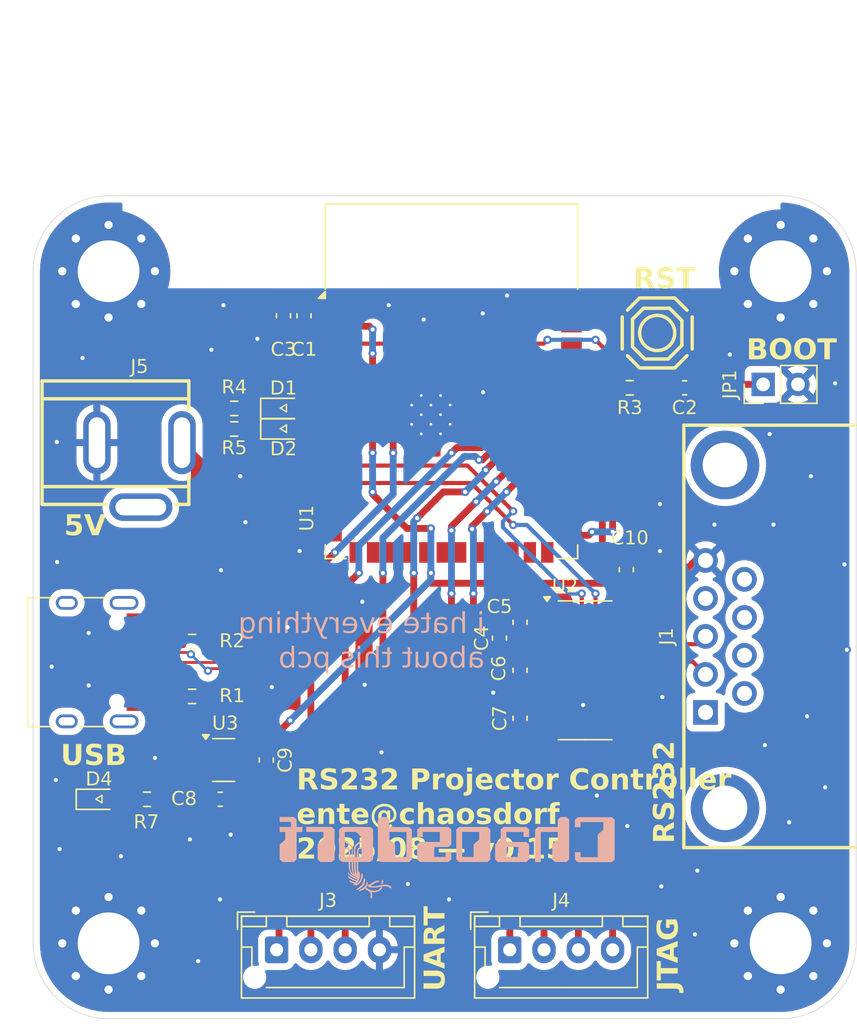
<source format=kicad_pcb>
(kicad_pcb (version 20241229) (generator "pcbnew") (generator_version "9.0")
  (layers (0 "F.Cu" signal) (2 "B.Cu" signal) (13 "F.Paste" user) (15 "B.Paste" user) (5 "F.SilkS" user "F.Silkscreen") (7 "B.SilkS" user "B.Silkscreen") (1 "F.Mask" user) (3 "B.Mask" user) (25 "Edge.Cuts" user))
  (net 0 "")
  (net 1 "+3V3")
  (net 2 "GND")
  (net 3 "Net-(U1-EN)")
  (net 4 "Net-(U2-V+)")
  (net 5 "Net-(U2-C1-)")
  (net 6 "Net-(U2-C1+)")
  (net 7 "Net-(U2-C2+)")
  (net 8 "Net-(U2-C2-)")
  (net 9 "Net-(U2-V-)")
  (net 10 "Net-(D1-A)")
  (net 11 "Net-(D1-K)")
  (net 12 "Net-(D2-A)")
  (net 13 "Net-(D2-K)")
  (net 16 "/TX")
  (net 17 "/RX")
  (net 22 "USB_D-")
  (net 26 "Net-(D4-A)")
  (net 27 "USB_D+")
  (net 31 "Net-(J2-CC1)")
  (net 32 "Net-(J2-CC2)")
  (net 33 "U0RX")
  (net 34 "U0TX")
  (net 35 "TCK")
  (net 36 "TDI")
  (net 37 "TMS")
  (net 38 "TDO")
  (net 39 "Net-(JP1-A)")
  (net 42 "U1RX")
  (net 44 "U1TX")
  (net 70 "VBUS")
  (footprint "Capacitor_SMD:C_0603_1608Metric_Pad1.08x0.95mm_HandSolder" (layer "F.Cu") (at 175 97.595 90)
    (property "Reference" "C7")
    (property "Value" "100n")
  )
  (footprint "Capacitor_SMD:C_0603_1608Metric_Pad1.08x0.95mm_HandSolder" (layer "F.Cu") (at 153.1375 103.5)
    (property "Reference" "C8")
    (property "Value" "1u")
  )
  (footprint "Resistor_SMD:R_0603_1608Metric_Pad0.98x0.95mm_HandSolder" (layer "F.Cu") (at 151.0875 92)
    (property "Reference" "R2")
    (property "Value" "5k1")
  )
  (footprint "kicad-lib:LED_0603_1608Metric_Pad1.05x0.95mm_HandSolder_Triangle" (layer "F.Cu") (at 157.75 75)
    (property "Reference" "D1")
    (property "Value" "LED")
  )
  (footprint "Resistor_SMD:R_0603_1608Metric_Pad0.98x0.95mm_HandSolder" (layer "F.Cu") (at 151.0875 96)
    (property "Reference" "R1")
    (property "Value" "5K1")
  )
  (footprint "easyeda2kicad:DB9-TH_LD09P33E4GV00LF" (layer "F.Cu") (at 189.9425 91.625 90)
    (property "Reference" "J1")
    (property "Value" "DE9_Pins")
  )
  (footprint "MountingHole:MountingHole_4.5mm_Pad_Via" (layer "F.Cu") (at 194 114)
    (property "Reference" "H4" (hide yes))
    (property "Value" "MountingHole_Pad" (hide yes))
  )
  (footprint "Capacitor_SMD:C_0603_1608Metric_Pad1.08x0.95mm_HandSolder" (layer "F.Cu") (at 175 94.095 -90)
    (property "Reference" "C6")
    (property "Value" "100n")
  )
  (footprint "easyeda2kicad:DC-IN-TH_DC005" (layer "F.Cu") (at 147.25 79.85)
    (property "Reference" "J5")
    (property "Value" "Barrel_Jack")
  )
  (footprint "easyeda2kicad:SW-SMD_4P-L5.1-W5.1-P3.70-LS6.5-TL_H1.5" (layer "F.Cu") (at 185 69.5)
    (property "Reference" "SW1" (hide yes))
    (property "Value" "SW_Push")
  )
  (footprint "Capacitor_SMD:C_0603_1608Metric_Pad1.08x0.95mm_HandSolder" (layer "F.Cu") (at 175 90.595 -90)
    (property "Reference" "C5")
    (property "Value" "100n")
  )
  (footprint "Connector_USB:USB_C_Receptacle_HRO_TYPE-C-31-M-12" (layer "F.Cu") (at 143 93.5 -90)
    (property "Reference" "J2" (hide yes))
    (property "Value" "USB_C_Receptacle")
  )
  (footprint "Capacitor_SMD:C_0603_1608Metric_Pad1.08x0.95mm_HandSolder" (layer "F.Cu") (at 173.5 91.75 -90)
    (property "Reference" "C4")
    (property "Value" "100n")
  )
  (footprint "Connector_PinHeader_2.54mm:PinHeader_1x02_P2.54mm_Vertical" (layer "F.Cu") (at 192.725 73.25 90)
    (property "Reference" "JP1")
    (property "Value" "Jumper_2_Open")
  )
  (footprint "Resistor_SMD:R_0603_1608Metric_Pad0.98x0.95mm_HandSolder" (layer "F.Cu") (at 154.1625 76.5 180)
    (property "Reference" "R5")
    (property "Value" "1K")
  )
  (footprint "Capacitor_SMD:C_0603_1608Metric_Pad1.08x0.95mm_HandSolder" (layer "F.Cu") (at 156.5 100.6375 -90)
    (property "Reference" "C9")
    (property "Value" "1u")
  )
  (footprint "MountingHole:MountingHole_4.5mm_Pad_Via" (layer "F.Cu") (at 145 65)
    (property "Reference" "H1" (hide yes))
    (property "Value" "MountingHole_Pad" (hide yes))
  )
  (footprint "Connector_JST:JST_XH_B4B-XH-AM_1x04_P2.50mm_Vertical" (layer "F.Cu") (at 157.25 114.475)
    (property "Reference" "J3")
    (property "Value" "Conn_01x04_Socket")
  )
  (footprint "Package_SO:JEITA_SOIC-16_3.9x9.9mm_P1.27mm" (layer "F.Cu") (at 179.743752 94.095)
    (property "Reference" "U2")
    (property "Value" "SP3232EEN-L/TR")
  )
  (footprint "Capacitor_SMD:C_0603_1608Metric_Pad1.08x0.95mm_HandSolder" (layer "F.Cu") (at 159.25 68.25 90)
    (property "Reference" "C1")
    (property "Value" "100n")
  )
  (footprint "Capacitor_SMD:C_0603_1608Metric_Pad1.08x0.95mm_HandSolder" (layer "F.Cu") (at 187 73.5)
    (property "Reference" "C2")
    (property "Value" "100n")
  )
  (footprint "Resistor_SMD:R_0603_1608Metric_Pad0.98x0.95mm_HandSolder" (layer "F.Cu") (at 147.8 103.5 180)
    (property "Reference" "R7")
    (property "Value" "1K5")
  )
  (footprint "Capacitor_SMD:C_0603_1608Metric_Pad1.08x0.95mm_HandSolder" (layer "F.Cu") (at 182.75 86.75 90)
    (property "Reference" "C10")
    (property "Value" "100n")
  )
  (footprint "Capacitor_SMD:C_0603_1608Metric_Pad1.08x0.95mm_HandSolder" (layer "F.Cu") (at 157.75 68.25 90)
    (property "Reference" "C3")
    (property "Value" "22u")
  )
  (footprint "Resistor_SMD:R_0603_1608Metric_Pad0.98x0.95mm_HandSolder" (layer "F.Cu") (at 154.1625 75 180)
    (property "Reference" "R4")
    (property "Value" "1K")
  )
  (footprint "MountingHole:MountingHole_4.5mm_Pad_Via" (layer "F.Cu") (at 145 114)
    (property "Reference" "H3" (hide yes))
    (property "Value" "MountingHole_Pad" (hide yes))
  )
  (footprint "Package_TO_SOT_SMD:SOT-23-5" (layer "F.Cu") (at 153.3875 100.635)
    (property "Reference" "U3")
    (property "Value" "LP5907MFX-3.3")
  )
  (footprint "Connector_JST:JST_XH_B4B-XH-AM_1x04_P2.50mm_Vertical" (layer "F.Cu") (at 174.25 114.475)
    (property "Reference" "J4")
    (property "Value" "Conn_01x04_Socket")
  )
  (footprint "Resistor_SMD:R_0603_1608Metric_Pad0.98x0.95mm_HandSolder" (layer "F.Cu") (at 183 73.5 180)
    (property "Reference" "R3")
    (property "Value" "1K")
  )
  (footprint "kicad-lib:LED_0603_1608Metric_Pad1.05x0.95mm_HandSolder_Triangle" (layer "F.Cu") (at 144.3 103.5)
    (property "Reference" "D4")
    (property "Value" "LED")
  )
  (footprint "MountingHole:MountingHole_4.5mm_Pad_Via" (layer "F.Cu") (at 194 65)
    (property "Reference" "H2" (hide yes))
    (property "Value" "MountingHole_Pad" (hide yes))
  )
  (footprint "RF_Module:ESP32-S3-WROOM-1" (layer "F.Cu") (at 170 73)
    (property "Reference" "U1")
    (property "Value" "ESP32-S3-WROOM-1" (hide yes))
  )
  (footprint "kicad-lib:LED_0603_1608Metric_Pad1.05x0.95mm_HandSolder_Triangle" (layer "F.Cu") (at 157.75 76.5)
    (property "Reference" "D2")
    (property "Value" "LED")
  )
  (gr_poly (pts (xy 163.631047 109.242707) (xy 163.627841 109.24685) (xy 163.624765 109.251571) (xy 163.621816 109.256889) (xy 163.618989 109.262822) (xy 163.616277 109.269387) (xy 163.613677 109.276602) (xy 163.611183 109.284487) (xy 163.60879 109.293057) (xy 163.606493 109.302332) (xy 163.604287 109.312329) (xy 163.602167 109.323067) (xy 163.600129 109.334563) (xy 163.598166 109.346836) (xy 163.596274 109.359903) (xy 163.594448 109.373783) (xy 163.592682 109.388492) (xy 163.590823 109.403891) (xy 163.588743 109.419255) (xy 163.586514 109.434178) (xy 163.584206 109.448255) (xy 163.581889 109.46108) (xy 163.579634 109.472246) (xy 163.577511 109.481346) (xy 163.575591 109.487976) (xy 163.565565 109.51629) (xy 163.555174 109.543371) (xy 163.544333 109.569347) (xy 163.532956 109.594342) (xy 163.520957 109.618484) (xy 163.508251 109.641897) (xy 163.494752 109.664707) (xy 163.480374 109.687042) (xy 163.465032 109.709026) (xy 163.44864 109.730785) (xy 163.431112 109.752447) (xy 163.412363 109.774135) (xy 163.392308 109.795977) (xy 163.370859 109.818099) (xy 163.347933 109.840626) (xy 163.323442 109.863685) (xy 163.294545 109.889288) (xy 163.259297 109.918842) (xy 163.220453 109.950219) (xy 163.180766 109.981292) (xy 163.142988 110.009934) (xy 163.109874 110.034019) (xy 163.084176 110.051418) (xy 163.074969 110.056946) (xy 163.068648 110.060006) (xy 163.068171 110.060207) (xy 163.067707 110.060458) (xy 163.067256 110.060755) (xy 163.066818 110.061101) (xy 163.066394 110.061493) (xy 163.065983 110.061932) (xy 163.065586 110.062416) (xy 163.065203 110.062946) (xy 163.064833 110.063521) (xy 163.064478 110.064141) (xy 163.064137 110.064804) (xy 163.063811 110.065511) (xy 163.063499 110.066262) (xy 163.063202 110.067054) (xy 163.06292 110.067889) (xy 163.062652 110.068765) (xy 163.0624 110.069683) (xy 163.062163 110.070641) (xy 163.061736 110.072677) (xy 163.061371 110.07487) (xy 163.06107 110.077216) (xy 163.060833 110.079711) (xy 163.060663 110.082351) (xy 163.06056 110.085132) (xy 163.060526 110.088051) (xy 163.060508 110.093214) (xy 163.060548 110.09769) (xy 163.060635 110.099671) (xy 163.060789 110.101482) (xy 163.061028 110.103121) (xy 163.061371 110.10459) (xy 163.061834 110.105888) (xy 163.062436 110.107017) (xy 163.063194 110.107975) (xy 163.063637 110.108391) (xy 163.064126 110.108764) (xy 163.064662 110.109094) (xy 163.065249 110.109383) (xy 163.066582 110.109833) (xy 163.068141 110.110114) (xy 163.069945 110.110226) (xy 163.072012 110.11017) (xy 163.074358 110.109945) (xy 163.077002 110.109552) (xy 163.079962 110.108991) (xy 163.083254 110.108262) (xy 163.086898 110.107366) (xy 163.090909 110.106302) (xy 163.095307 110.105071) (xy 163.105332 110.10211) (xy 163.117114 110.098482) (xy 163.146515 110.089237) (xy 163.184059 110.076546) (xy 163.220772 110.062296) (xy 163.256628 110.046504) (xy 163.291602 110.029185) (xy 163.325669 110.010356) (xy 163.358805 109.990034) (xy 163.390982 109.968234) (xy 163.422178 109.944973) (xy 163.452366 109.920267) (xy 163.48152 109.894133) (xy 163.509617 109.866586) (xy 163.536631 109.837643) (xy 163.562536 109.807321) (xy 163.587307 109.775635) (xy 163.61092 109.742601) (xy 163.633348 109.708237) (xy 163.638042 109.700712) (xy 163.64225 109.69376) (xy 163.646044 109.687155) (xy 163.649497 109.680671) (xy 163.652679 109.674082) (xy 163.655664 109.667161) (xy 163.658523 109.659681) (xy 163.661329 109.651418) (xy 163.664153 109.642143) (xy 163.667068 109.631632) (xy 163.670145 109.619657) (xy 163.673458 109.605992) (xy 163.677078 109.590411) (xy 163.681076 109.572688) (xy 163.690499 109.529909) (xy 163.700892 109.481925) (xy 163.708611 109.444936) (xy 163.713883 109.416864) (xy 163.715672 109.405523) (xy 163.716934 109.395632) (xy 163.717698 109.386932) (xy 163.717992 109.379163) (xy 163.717845 109.372065) (xy 163.717284 109.365379) (xy 163.716339 109.358845) (xy 163.715038 109.352202) (xy 163.711481 109.337556) (xy 163.712542 109.337217) (xy 163.710708 109.33044) (xy 163.708788 109.323983) (xy 163.706766 109.317816) (xy 163.704626 109.311912) (xy 163.702351 109.306242) (xy 163.699926 109.300777) (xy 163.697334 109.29549) (xy 163.69456 109.290352) (xy 163.691587 109.285336) (xy 163.688399 109.280411) (xy 163.684979 109.275552) (xy 163.681313 109.270728) (xy 163.677384 109.265912) (xy 163.673176 109.261075) (xy 163.668672 109.25619) (xy 163.663857 109.251227) (xy 163.642319 109.229399)) (fill yes) (layer "B.SilkS"))
  (gr_poly (pts (xy 163.65636 106.324574) (xy 163.655036 106.324973) (xy 163.649572 106.325729) (xy 163.631518 106.336589) (xy 163.592705 106.362208) (xy 163.477609 106.440594) (xy 163.353906 106.526636) (xy 163.304334 106.561823) (xy 163.271218 106.586079) (xy 163.223505 106.623702) (xy 163.174769 106.66392) (xy 163.126715 106.705211) (xy 163.081048 106.746053) (xy 163.039475 106.784922) (xy 163.003699 106.820297) (xy 162.975427 106.850655) (xy 162.964637 106.863477) (xy 162.956363 106.874474) (xy 162.951067 106.882165) (xy 162.945904 106.890522) (xy 162.940892 106.899497) (xy 162.936044 106.909044) (xy 162.931378 106.919115) (xy 162.926909 106.929662) (xy 162.922654 106.940639) (xy 162.918627 106.951997) (xy 162.914846 106.963691) (xy 162.911325 106.975673) (xy 162.908081 106.987894) (xy 162.905129 107.000309) (xy 162.902486 107.012869) (xy 162.900168 107.025528) (xy 162.898189 107.038238) (xy 162.896567 107.050952) (xy 162.893587 107.107183) (xy 162.891491 107.209598) (xy 162.889929 107.518437) (xy 162.891843 107.908387) (xy 162.897194 108.310368) (xy 162.902292 108.562673) (xy 162.905072 108.642859) (xy 162.908809 108.70162) (xy 162.914103 108.745871) (xy 162.921557 108.782525) (xy 162.931771 108.818497) (xy 162.945348 108.860701) (xy 162.954174 108.888139) (xy 162.961028 108.910939) (xy 162.963502 108.919863) (xy 162.965227 108.926743) (xy 162.966119 108.931286) (xy 162.966225 108.932589) (xy 162.966091 108.933197) (xy 162.965934 108.9333) (xy 162.965725 108.933361) (xy 162.965464 108.933381) (xy 162.965152 108.933362) (xy 162.964793 108.933304) (xy 162.964386 108.933208) (xy 162.963437 108.932905) (xy 162.962319 108.93246) (xy 162.961043 108.931879) (xy 162.959621 108.93117) (xy 162.958067 108.930338) (xy 162.956391 108.929391) (xy 162.954607 108.928336) (xy 162.952727 108.927178) (xy 162.950762 108.925926) (xy 162.948725 108.924585) (xy 162.946629 108.923163) (xy 162.944485 108.921666) (xy 162.942305 108.9201) (xy 162.937113 108.916059) (xy 162.931868 108.911477) (xy 162.926596 108.906388) (xy 162.921317 108.900824) (xy 162.916055 108.894819) (xy 162.910833 108.888404) (xy 162.905674 108.881614) (xy 162.900601 108.874479) (xy 162.895636 108.867034) (xy 162.890802 108.859311) (xy 162.886123 108.851343) (xy 162.881621 108.843163) (xy 162.877319 108.834803) (xy 162.873239 108.826297) (xy 162.869406 108.817676) (xy 162.865841 108.808974) (xy 162.860462 108.794876) (xy 162.855704 108.781295) (xy 162.851517 108.767546) (xy 162.847853 108.752941) (xy 162.844661 108.736795) (xy 162.841893 108.718422) (xy 162.8395 108.697136) (xy 162.837431 108.672251) (xy 162.835639 108.643081) (xy 162.834073 108.60894) (xy 162.832685 108.569142) (xy 162.831425 108.523001) (xy 162.829093 108.408946) (xy 162.826683 108.261287) (xy 162.822163 107.994306) (xy 162.817092 107.760563) (xy 162.800516 107.200307) (xy 162.793239 106.975676) (xy 162.775829 106.942339) (xy 162.769746 106.931417) (xy 162.762785 106.920488) (xy 162.758871 106.914932) (xy 162.754613 106.909266) (xy 162.749969 106.903455) (xy 162.744897 106.897463) (xy 162.733306 106.884793) (xy 162.719506 106.870971) (xy 162.703166 106.855709) (xy 162.683952 106.838721) (xy 162.661532 106.819721) (xy 162.635573 106.798422) (xy 162.605743 106.774538) (xy 162.57171 106.747783) (xy 162.533141 106.71787) (xy 162.489702 106.684512) (xy 162.38689 106.606318) (xy 162.179292 106.448395) (xy 162.115317 106.400377) (xy 162.090557 106.382745) (xy 162.090045 106.383112) (xy 162.089628 106.384182) (xy 162.089064 106.388252) (xy 162.088834 106.394593) (xy 162.088907 106.402841) (xy 162.089839 106.423612) (xy 162.091612 106.447667) (xy 162.093979 106.472107) (xy 162.096693 106.494031) (xy 162.098102 106.503145) (xy 162.099506 106.510543) (xy 162.100874 106.515862) (xy 162.102173 106.518741) (xy 162.103759 106.520212) (xy 162.107077 106.522914) (xy 162.118537 106.531733) (xy 162.158155 106.561121) (xy 162.215092 106.602524) (xy 162.283413 106.651562) (xy 162.412703 106.744877) (xy 162.460936 106.780707) (xy 162.500767 106.811304) (xy 162.534099 106.838155) (xy 162.562837 106.862749) (xy 162.588882 106.886574) (xy 162.614141 106.911118) (xy 162.636697 106.934395) (xy 162.646383 106.944726) (xy 162.65509 106.954307) (xy 162.66288 106.963229) (xy 162.669817 106.971584) (xy 162.675962 106.979462) (xy 162.681378 106.986954) (xy 162.686128 106.994152) (xy 162.690273 107.001146) (xy 162.693877 107.008028) (xy 162.697001 107.014888) (xy 162.699708 107.021819) (xy 162.702061 107.02891) (xy 162.704121 107.036253) (xy 162.705951 107.043939) (xy 162.709135 107.060789) (xy 162.712002 107.081106) (xy 162.714557 107.105083) (xy 162.716801 107.132913) (xy 162.720378 107.200906) (xy 162.722762 107.286628) (xy 162.723984 107.391623) (xy 162.724074 107.517435) (xy 162.723062 107.665609) (xy 162.720978 107.837689) (xy 162.71733 108.199259) (xy 162.717433 108.334682) (xy 162.718918 108.444247) (xy 162.721858 108.531239) (xy 162.726325 108.598945) (xy 162.732393 108.650653) (xy 162.740134 108.689648) (xy 162.747594 108.716999) (xy 162.756102 108.745289) (xy 162.765454 108.773945) (xy 162.775444 108.802393) (xy 162.785865 108.83006) (xy 162.796511 108.856372) (xy 162.807178 108.880756) (xy 162.817658 108.902637) (xy 162.821833 108.911098) (xy 162.825637 108.919077) (xy 162.828992 108.926396) (xy 162.831822 108.932876) (xy 162.834051 108.938337) (xy 162.835602 108.942602) (xy 162.836099 108.944229) (xy 162.836398 108.94549) (xy 162.836489 108.946362) (xy 162.836362 108.946823) (xy 162.835762 108.947239) (xy 162.835006 108.947498) (xy 162.834103 108.947604) (xy 162.833056 108.947562) (xy 162.831875 108.947376) (xy 162.830563 108.94705) (xy 162.829129 108.946589) (xy 162.827577 108.945997) (xy 162.82415 108.944436) (xy 162.820331 108.942402) (xy 162.816172 108.939931) (xy 162.811723 108.937057) (xy 162.807036 108.933813) (xy 162.80216 108.930236) (xy 162.797148 108.926359) (xy 162.792049 108.922218) (xy 162.786914 108.917846) (xy 162.781794 108.913279) (xy 162.776741 108.90855) (xy 162.771804 108.903695) (xy 162.75703 108.887748) (xy 162.742976 108.870871) (xy 162.729645 108.853076) (xy 162.717043 108.834375) (xy 162.705177 108.814781) (xy 162.694051 108.794307) (xy 162.68367 108.772965) (xy 162.674041 108.750766) (xy 162.665168 108.727725) (xy 162.657057 108.703852) (xy 162.649714 108.679161) (xy 162.643143 108.653664) (xy 162.63735 108.627373) (xy 162.632342 108.600301) (xy 162.628122 108.57246) (xy 162.624697 108.543862) (xy 162.622464 108.507864) (xy 162.620597 108.449352) (xy 162.618118 108.284273) (xy 162.617578 108.087592) (xy 162.6193 107.898279) (xy 162.620848 107.75094) (xy 162.62141 107.580779) (xy 162.620938 107.478265) (xy 162.620259 107.441778) (xy 162.61914 107.412339) (xy 162.617471 107.387848) (xy 162.615143 107.366206) (xy 162.612047 107.345315) (xy 162.608074 107.323075) (xy 162.601485 107.291456) (xy 162.593616 107.259484) (xy 162.584658 107.227723) (xy 162.574805 107.196736) (xy 162.564249 107.16709) (xy 162.553182 107.139347) (xy 162.541797 107.114072) (xy 162.536045 107.102536) (xy 162.530286 107.091829) (xy 162.526946 107.08595) (xy 162.523807 107.080592) (xy 162.520835 107.075718) (xy 162.517995 107.071291) (xy 162.51525 107.067272) (xy 162.512567 107.063626) (xy 162.509909 107.060314) (xy 162.507241 107.057301) (xy 162.504529 107.054547) (xy 162.501737 107.052017) (xy 162.49883 107.049673) (xy 162.495773 107.047478) (xy 162.492531 107.045394) (xy 162.489068 107.043385) (xy 162.485349 107.041413) (xy 162.481339 107.039441) (xy 162.468237 107.034149) (xy 162.452786 107.029488) (xy 162.435196 107.02546) (xy 162.415681 107.022071) (xy 162.394451 107.019324) (xy 162.371718 107.017224) (xy 162.347694 107.015773) (xy 162.322589 107.014977) (xy 162.296617 107.01484) (xy 162.269988 107.015364) (xy 162.242914 107.016555) (xy 162.215607 107.018416) (xy 162.188278 107.020951) (xy 162.161139 107.024164) (xy 162.134401 107.02806) (xy 162.108277 107.032642) (xy 162.077057 107.038595) (xy 162.077057 107.083574) (xy 162.077175 107.101152) (xy 162.077494 107.115691) (xy 162.077714 107.121349) (xy 162.077967 107.125681) (xy 162.078245 107.128498) (xy 162.078392 107.12928) (xy 162.078543 107.129612) (xy 162.081821 107.129867) (xy 162.09064 107.130246) (xy 162.122472 107.131305) (xy 162.169183 107.132642) (xy 162.225917 107.13411) (xy 162.279091 107.135559) (xy 162.320361 107.13722) (xy 162.337193 107.138256) (xy 162.35184 107.139498) (xy 162.364567 107.140995) (xy 162.375638 107.142798) (xy 162.385317 107.144958) (xy 162.393868 107.147526) (xy 162.401555 107.150551) (xy 162.408641 107.154086) (xy 162.415391 107.15818) (xy 162.422068 107.162884) (xy 162.436261 107.174326) (xy 162.441609 107.178926) (xy 162.446463 107.183375) (xy 162.450857 107.187741) (xy 162.454823 107.192094) (xy 162.456657 107.194287) (xy 162.458396 107.196502) (xy 162.460045 107.198748) (xy 162.461608 107.201034) (xy 162.46309 107.203368) (xy 162.464494 107.205758) (xy 162.465824 107.208214) (xy 162.467085 107.210743) (xy 162.468281 107.213355) (xy 162.469416 107.216057) (xy 162.470494 107.21886) (xy 162.47152 107.22177) (xy 162.47343 107.22795) (xy 162.47518 107.234665) (xy 162.476802 107.241984) (xy 162.478331 107.249976) (xy 162.4798 107.25871) (xy 162.481241 107.268253) (xy 162.486575 107.309877) (xy 162.490792 107.353143) (xy 162.494016 107.402152) (xy 162.496372 107.461002) (xy 162.497982 107.533793) (xy 162.49897 107.624623) (xy 162.49946 107.737591) (xy 162.499576 107.876796) (xy 162.499997 108.056472) (xy 162.501249 108.20812) (xy 162.503192 108.319782) (xy 162.505689 108.379504) (xy 162.513162 108.449887) (xy 162.522862 108.516918) (xy 162.528565 108.549245) (xy 162.534847 108.580817) (xy 162.541715 108.611661) (xy 162.549176 108.641805) (xy 162.557237 108.671276) (xy 162.565907 108.700102) (xy 162.575192 108.72831) (xy 162.585099 108.755928) (xy 162.595636 108.782982) (xy 162.606811 108.809502) (xy 162.61863 108.835514) (xy 162.631101 108.861046) (xy 162.642357 108.882927) (xy 162.647287 108.892186) (xy 162.651896 108.900514) (xy 162.65629 108.908053) (xy 162.660578 108.914945) (xy 162.664868 108.921332) (xy 162.669267 108.927357) (xy 162.673883 108.933162) (xy 162.678824 108.938889) (xy 162.684197 108.94468) (xy 162.690111 108.950678) (xy 162.696673 108.957025) (xy 162.70399 108.963862) (xy 162.721323 108.97958) (xy 162.739852 108.995908) (xy 162.759077 109.01212) (xy 162.778923 109.028166) (xy 162.799317 109.043997) (xy 162.820185 109.059565) (xy 162.841455 109.07482) (xy 162.863051 109.089714) (xy 162.884901 109.104198) (xy 162.906931 109.118223) (xy 162.929067 109.13174) (xy 162.951235 109.144701) (xy 162.973363 109.157057) (xy 162.995376 109.168758) (xy 163.0172 109.179756) (xy 163.038762 109.190003) (xy 163.059989 109.199448) (xy 163.110524 109.221461) (xy 163.074276 109.219406) (xy 163.057756 109.21728) (xy 163.038634 109.212662) (xy 163.017021 109.205618) (xy 162.993032 109.196213) (xy 162.96678 109.184513) (xy 162.938377 109.170583) (xy 162.907938 109.154489) (xy 162.875574 109.136297) (xy 162.841399 109.116071) (xy 162.805527 109.093878) (xy 162.768071 109.069783) (xy 162.729143 109.043851) (xy 162.688858 109.016149) (xy 162.647327 108.986741) (xy 162.604665 108.955694) (xy 162.560984 108.923072) (xy 162.529602 108.899694) (xy 162.503206 108.880507) (xy 162.484598 108.867522) (xy 162.47909 108.863983) (xy 162.477439 108.863061) (xy 162.476581 108.862747) (xy 162.475763 108.86282) (xy 162.474913 108.863033) (xy 162.474035 108.86338) (xy 162.473133 108.863856) (xy 162.472211 108.864453) (xy 162.471272 108.865164) (xy 162.47032 108.865984) (xy 162.469359 108.866906) (xy 162.468393 108.867923) (xy 162.467425 108.869029) (xy 162.46646 108.870217) (xy 162.465501 108.871481) (xy 162.463616 108.874211) (xy 162.461802 108.877167) (xy 162.460087 108.880296) (xy 162.458503 108.883547) (xy 162.457079 108.886867) (xy 162.455846 108.890206) (xy 162.455311 108.891866) (xy 162.454835 108.89351) (xy 162.454421 108.895133) (xy 162.454075 108.896728) (xy 162.453799 108.898289) (xy 162.453597 108.899809) (xy 162.453473 108.901281) (xy 162.453431 108.902699) (xy 162.453568 108.90525) (xy 162.453972 108.908027) (xy 162.454634 108.911015) (xy 162.455543 108.914201) (xy 162.458063 108.921109) (xy 162.461451 108.928635) (xy 162.465626 108.936669) (xy 162.470508 108.945095) (xy 162.476017 108.9538) (xy 162.482071 108.962671) (xy 162.488591 108.971594) (xy 162.495495 108.980456) (xy 162.502703 108.989144) (xy 162.510134 108.997544) (xy 162.517707 109.005543) (xy 162.525343 109.013026) (xy 162.53296 109.019882) (xy 162.540477 109.025995) (xy 162.614895 109.081507) (xy 162.685858 109.131605) (xy 162.753534 109.176358) (xy 162.818092 109.215834) (xy 162.849253 109.233614) (xy 162.879697 109.2501) (xy 162.909446 109.265302) (xy 162.938519 109.279226) (xy 162.966937 109.291883) (xy 162.994723 109.30328) (xy 163.021896 109.313425) (xy 163.048478 109.322329) (xy 163.060098 109.326294) (xy 163.071542 109.330523) (xy 163.082509 109.334884) (xy 163.092697 109.339246) (xy 163.101806 109.343477) (xy 163.109535 109.347448) (xy 163.112788 109.349294) (xy 163.115584 109.351025) (xy 163.117884 109.352626) (xy 163.119651 109.354079) (xy 163.134389 109.367467) (xy 163.098406 109.401863) (xy 163.045224 109.387152) (xy 163.023384 109.380942) (xy 163.002313 109.374518) (xy 162.981715 109.367735) (xy 162.961293 109.360446) (xy 162.94075 109.352506) (xy 162.91979 109.343769) (xy 162.898114 109.334089) (xy 162.875427 109.323322) (xy 162.851432 109.31132) (xy 162.825831 109.297938) (xy 162.798329 109.283031) (xy 162.768627 109.266453) (xy 162.701438 109.2277) (xy 162.621891 109.180513) (xy 162.563374 109.14581) (xy 162.519228 109.120229) (xy 162.501912 109.110648) (xy 162.487429 109.103094) (xy 162.475527 109.097483) (xy 162.465952 109.093729) (xy 162.458451 109.091749) (xy 162.4554 109.091398) (xy 162.452772 109.091459) (xy 162.450536 109.09192) (xy 162.44866 109.092772) (xy 162.447114 109.094005) (xy 162.445864 109.095606) (xy 162.44413 109.099876) (xy 162.443204 109.105496) (xy 162.442768 109.120453) (xy 162.442835 109.124104) (xy 162.443049 109.127615) (xy 162.44343 109.13103) (xy 162.443997 109.134393) (xy 162.44477 109.137748) (xy 162.445768 109.141137) (xy 162.44701 109.144606) (xy 162.448516 109.148197) (xy 162.450305 109.151955) (xy 162.452397 109.155923) (xy 162.454812 109.160146) (xy 162.457568 109.164666) (xy 162.460686 109.169527) (xy 162.464184 109.174774) (xy 162.468082 109.18045) (xy 162.4724 109.186599) (xy 162.484521 109.203496) (xy 162.495588 109.218706) (xy 162.504387 109.230562) (xy 162.507558 109.234712) (xy 162.509706 109.237399) (xy 162.514124 109.241244) (xy 162.522541 109.24716) (xy 162.54958 109.264193) (xy 162.587225 109.286463) (xy 162.631881 109.311935) (xy 162.679952 109.338574) (xy 162.72784 109.364345) (xy 162.771951 109.387214) (xy 162.808686 109.405144) (xy 162.825564 109.412849) (xy 162.844044 109.420845) (xy 162.863524 109.428896) (xy 162.883397 109.436769) (xy 162.90306 109.444227) (xy 162.921907 109.451036) (xy 162.939333 109.45696) (xy 162.954735 109.461766) (xy 162.987952 109.471622) (xy 163.001276 109.475742) (xy 163.012551 109.479443) (xy 163.021881 109.482816) (xy 163.029369 109.48595) (xy 163.035119 109.488936) (xy 163.037376 109.490401) (xy 163.039237 109.491862) (xy 163.040716 109.493331) (xy 163.041827 109.49482) (xy 163.042581 109.496338) (xy 163.042991 109.497898) (xy 163.043072 109.499511) (xy 163.042836 109.501187) (xy 163.042296 109.502939) (xy 163.041465 109.504777) (xy 163.038983 109.508758) (xy 163.035493 109.513219) (xy 163.025908 109.523943) (xy 163.02254 109.527588) (xy 163.019522 109.530781) (xy 163.01678 109.533546) (xy 163.015491 109.534775) (xy 163.014244 109.535907) (xy 163.01303 109.536944) (xy 163.011841 109.537889) (xy 163.010666 109.538746) (xy 163.009498 109.539517) (xy 163.008327 109.540205) (xy 163.007144 109.540814) (xy 163.00594 109.541347) (xy 163.004706 109.541806) (xy 163.003433 109.542195) (xy 163.002112 109.542516) (xy 163.000734 109.542774) (xy 162.99929 109.54297) (xy 162.99777 109.543108) (xy 162.996167 109.543192) (xy 162.994471 109.543223) (xy 162.992672 109.543205) (xy 162.988732 109.543035) (xy 162.984275 109.542707) (xy 162.979229 109.542243) (xy 162.973522 109.54167) (xy 162.958703 109.539832) (xy 162.942609 109.537242) (xy 162.925363 109.533937) (xy 162.907091 109.529957) (xy 162.86797 109.520123) (xy 162.826248 109.508048) (xy 162.782926 109.494042) (xy 162.739006 109.478411) (xy 162.695489 109.461465) (xy 162.653377 109.44351) (xy 162.641999 109.438514) (xy 162.631061 109.433853) (xy 162.62083 109.42963) (xy 162.611573 109.425945) (xy 162.603555 109.422902) (xy 162.597045 109.420602) (xy 162.592309 109.419147) (xy 162.590689 109.418768) (xy 162.589612 109.418639) (xy 162.58918 109.418661) (xy 162.588704 109.418725) (xy 162.587623 109.418975) (xy 162.586386 109.419382) (xy 162.585005 109.419938) (xy 162.583495 109.420633) (xy 162.581869 109.42146) (xy 162.580142 109.42241) (xy 162.578328 109.423474) (xy 162.576441 109.424645) (xy 162.574494 109.425913) (xy 162.572503 109.42727) (xy 162.57048 109.428707) (xy 162.568441 109.430217) (xy 162.566398 109.431791) (xy 162.564366 109.43342) (xy 162.56236 109.435096) (xy 162.559088 109.437904) (xy 162.55623 109.440411) (xy 162.55377 109.44266) (xy 162.551696 109.444695) (xy 162.550799 109.445645) (xy 162.549993 109.446558) (xy 162.549277 109.447438) (xy 162.548648 109.448291) (xy 162.548106 109.449122) (xy 162.547647 109.449938) (xy 162.547272 109.450742) (xy 162.546977 109.45154) (xy 162.546761 109.452338) (xy 162.546623 109.453142) (xy 162.546561 109.453955) (xy 162.546572 109.454785) (xy 162.546656 109.455635) (xy 162.546811 109.456512) (xy 162.547034 109.45742) (xy 162.547324 109.458366) (xy 162.54768 109.459353) (xy 162.548099 109.460389) (xy 162.549122 109.462625) (xy 162.550379 109.465116) (xy 162.551856 109.467904) (xy 162.554962 109.47307) (xy 162.558874 109.478612) (xy 162.563517 109.484464) (xy 162.568814 109.490561) (xy 162.574691 109.496836) (xy 162.581073 109.503226) (xy 162.587884 109.509663) (xy 162.595049 109.516082) (xy 162.602494 109.522418) (xy 162.610142 109.528604) (xy 162.617919 109.534577) (xy 162.62575 109.540268) (xy 162.633558 109.545615) (xy 162.64127 109.550549) (xy 162.64881 109.555007) (xy 162.656102 109.558922) (xy 162.660309 109.560922) (xy 162.665564 109.563196) (xy 162.678914 109.568462) (xy 162.695534 109.574516) (xy 162.714809 109.581153) (xy 162.736122 109.58817) (xy 162.758856 109.595362) (xy 162.782395 109.602526) (xy 162.806121 109.609457) (xy 162.850587 109.622467) (xy 162.887017 109.633802) (xy 162.90104 109.638455) (xy 162.91164 109.642225) (xy 162.918345 109.644958) (xy 162.92009 109.645887) (xy 162.920685 109.646499) (xy 162.920653 109.646756) (xy 162.920557 109.647058) (xy 162.920399 109.647405) (xy 162.920181 109.647793) (xy 162.91957 109.648692) (xy 162.918737 109.649743) (xy 162.917694 109.650933) (xy 162.916454 109.652251) (xy 162.915029 109.653685) (xy 162.913433 109.655223) (xy 162.911678 109.656853) (xy 162.909776 109.658562) (xy 162.90774 109.660341) (xy 162.905584 109.662175) (xy 162.903319 109.664053) (xy 162.900959 109.665964) (xy 162.898515 109.667895) (xy 162.896001 109.669835) (xy 162.884872 109.67842) (xy 162.87498 109.686351) (xy 162.866299 109.693683) (xy 162.858802 109.700468) (xy 162.852462 109.70676) (xy 162.84725 109.712613) (xy 162.84506 109.715391) (xy 162.843141 109.71808) (xy 162.841492 109.720685) (xy 162.840107 109.723214) (xy 162.838985 109.725673) (xy 162.838121 109.728069) (xy 162.837513 109.730409) (xy 162.837156 109.732698) (xy 162.837048 109.734945) (xy 162.837185 109.737156) (xy 162.837564 109.739337) (xy 162.83818 109.741495) (xy 162.839032 109.743636) (xy 162.840115 109.745769) (xy 162.841426 109.747898) (xy 162.842962 109.750031) (xy 162.84472 109.752174) (xy 162.846695 109.754335) (xy 162.851285 109.758734) (xy 162.852914 109.760136) (xy 162.854576 109.761448) (xy 162.856276 109.762673) (xy 162.858016 109.763808) (xy 162.8598 109.764855) (xy 162.861629 109.765813) (xy 162.863509 109.766682) (xy 162.865441 109.767463) (xy 162.867429 109.768156) (xy 162.869476 109.768759) (xy 162.871585 109.769275) (xy 162.873759 109.769702) (xy 162.876001 109.77004) (xy 162.878315 109.77029) (xy 162.880703 109.770452) (xy 162.883168 109.770526) (xy 162.885714 109.770511) (xy 162.888344 109.770408) (xy 162.891061 109.770217) (xy 162.893867 109.769938) (xy 162.899763 109.769115) (xy 162.906055 109.76794) (xy 162.912768 109.766413) (xy 162.919929 109.764535) (xy 162.92756 109.762305) (xy 162.935688 109.759724) (xy 162.943983 109.757062) (xy 162.951533 109.754771) (xy 162.958382 109.752853) (xy 162.964573 109.751312) (xy 162.970148 109.750148) (xy 162.97515 109.749363) (xy 162.979623 109.748961) (xy 162.98361 109.748942) (xy 162.987153 109.749309) (xy 162.990296 109.750063) (xy 162.991731 109.750587) (xy 162.993082 109.751208) (xy 162.994354 109.751927) (xy 162.995553 109.752744) (xy 162.997753 109.754674) (xy 162.999725 109.756999) (xy 163.001512 109.759723) (xy 163.003156 109.762846) (xy 163.004539 109.765923) (xy 163.005831 109.769117) (xy 163.007004 109.772337) (xy 163.008028 109.77549) (xy 163.008875 109.778483) (xy 163.009222 109.77989) (xy 163.009515 109.781223) (xy 163.009749 109.782469) (xy 163.00992 109.783618) (xy 163.010026 109.784656) (xy 163.010062 109.785574) (xy 163.010108 109.786586) (xy 163.010245 109.787527) (xy 163.010477 109.788399) (xy 163.010804 109.7892) (xy 163.011229 109.78993) (xy 163.011752 109.790591) (xy 163.012376 109.79118) (xy 163.013103 109.791699) (xy 163.013934 109.792148) (xy 163.01487 109.792525) (xy 163.015913 109.792832) (xy 163.017066 109.793068) (xy 163.01833 109.793232) (xy 163.019705 109.793326) (xy 163.021196 109.793349) (xy 163.022801 109.7933) (xy 163.024525 109.79318) (xy 163.026367 109.792989) (xy 163.028331 109.792726) (xy 163.030417 109.792391) (xy 163.032627 109.791985) (xy 163.034964 109.791508) (xy 163.037427 109.790958) (xy 163.040021 109.790337) (xy 163.042745 109.789644) (xy 163.045602 109.788878) (xy 163.048593 109.788041) (xy 163.05172 109.787131) (xy 163.05839 109.785096) (xy 163.065624 109.78277) (xy 163.087735 109.7749) (xy 163.109522 109.76597) (xy 163.130989 109.755975) (xy 163.152142 109.74491) (xy 163.172985 109.732769) (xy 163.193523 109.719546) (xy 163.21376 109.705237) (xy 163.2337 109.689835) (xy 163.25335 109.673336) (xy 163.272712 109.655734) (xy 163.291792 109.637023) (xy 163.310595 109.617199) (xy 163.329125 109.596255) (xy 163.347387 109.574187) (xy 163.365385 109.550988) (xy 163.383124 109.526654) (xy 163.39969 109.50255) (xy 163.415438 109.477613) (xy 163.430344 109.451918) (xy 163.444387 109.425537) (xy 163.457541 109.398544) (xy 163.469783 109.371012) (xy 163.481089 109.343014) (xy 163.491437 109.314623) (xy 163.500801 109.285913) (xy 163.509159 109.256957) (xy 163.516487 109.227828) (xy 163.522761 109.198599) (xy 163.527957 109.169344) (xy 163.532053 109.140136) (xy 163.535023 109.111048) (xy 163.536846 109.082154) (xy 163.537321 109.068089) (xy 163.537492 109.054744) (xy 163.537349 109.042078) (xy 163.536887 109.030056) (xy 163.536096 109.018638) (xy 163.534969 109.007786) (xy 163.533499 108.997464) (xy 163.531677 108.987631) (xy 163.529495 108.978252) (xy 163.526947 108.969287) (xy 163.524023 108.960699) (xy 163.520717 108.95245) (xy 163.51702 108.944502) (xy 163.512925 108.936816) (xy 163.508423 108.929355) (xy 163.503508 108.922082) (xy 163.501541 108.919411) (xy 163.499587 108.916907) (xy 163.497647 108.914568) (xy 163.495719 108.912395) (xy 163.493803 108.910388) (xy 163.491899 108.908546) (xy 163.490006 108.906871) (xy 163.488124 108.905361) (xy 163.486252 108.904016) (xy 163.48439 108.902838) (xy 163.482536 108.901824) (xy 163.480691 108.900977) (xy 163.478854 108.900295) (xy 163.477024 108.899778) (xy 163.475202 108.899427) (xy 163.473386 108.899241) (xy 163.471575 108.899221) (xy 163.46977 108.899366) (xy 163.46797 108.899677) (xy 163.466174 108.900152) (xy 163.464382 108.900794) (xy 163.462594 108.9016) (xy 163.460808 108.902572) (xy 163.459024 108.903708) (xy 163.457242 108.90501) (xy 163.455461 108.906478) (xy 163.453681 108.90811) (xy 163.451901 108.909907) (xy 163.45012 108.91187) (xy 163.448339 108.913997) (xy 163.446556 108.91629) (xy 163.444771 108.918747) (xy 163.44098 108.924423) (xy 163.437438 108.930371) (xy 163.434132 108.936639) (xy 163.431051 108.943275) (xy 163.428181 108.950329) (xy 163.425513 108.957847) (xy 163.423032 108.96588) (xy 163.420728 108.974475) (xy 163.418588 108.983681) (xy 163.416601 108.993547) (xy 163.414754 109.00412) (xy 163.413035 109.015449) (xy 163.411432 109.027582) (xy 163.409933 109.040569) (xy 163.408527 109.054457) (xy 163.407201 109.069295) (xy 163.402321 109.116136) (xy 163.395675 109.161519) (xy 163.387257 109.205462) (xy 163.377058 109.247984) (xy 163.365074 109.289103) (xy 163.351297 109.328838) (xy 163.335722 109.367205) (xy 163.318341 109.404225) (xy 163.299148 109.439914) (xy 163.278136 109.474291) (xy 163.2553 109.507375) (xy 163.230632 109.539183) (xy 163.204126 109.569734) (xy 163.175775 109.599045) (xy 163.145574 109.627136) (xy 163.113515 109.654024) (xy 163.104309 109.661236) (xy 163.097417 109.666502) (xy 163.094787 109.668424) (xy 163.092672 109.669883) (xy 163.091053 109.670884) (xy 163.089907 109.671437) (xy 163.089506 109.671548) (xy 163.089215 109.671549) (xy 163.089033 109.671442) (xy 163.088955 109.671227) (xy 163.088981 109.670906) (xy 163.089107 109.670479) (xy 163.08965 109.669313) (xy 163.090563 109.667735) (xy 163.091824 109.665754) (xy 163.095311 109.660612) (xy 163.117204 109.627991) (xy 163.138305 109.595077) (xy 163.158574 109.561964) (xy 163.177969 109.528742) (xy 163.196449 109.495505) (xy 163.213974 109.462345) (xy 163.230502 109.429354) (xy 163.245992 109.396624) (xy 163.260403 109.364248) (xy 163.273694 109.332317) (xy 163.285823 109.300924) (xy 163.296751 109.270161) (xy 163.306435 109.240121) (xy 163.314835 109.210896) (xy 163.321909 109.182577) (xy 163.327617 109.155258) (xy 163.330313 109.13962) (xy 163.332445 109.124509) (xy 163.33404 109.10941) (xy 163.335124 109.093809) (xy 163.335725 109.077191) (xy 163.335869 109.059041) (xy 163.335583 109.038844) (xy 163.334893 109.016087) (xy 163.333301 108.984437) (xy 163.330857 108.955617) (xy 163.329281 108.942108) (xy 163.327452 108.929111) (xy 163.325356 108.916563) (xy 163.32298 108.9044) (xy 163.320311 108.892556) (xy 163.317336 108.880966) (xy 163.31404 108.869566) (xy 163.310411 108.858292) (xy 163.306435 108.847078) (xy 163.3021 108.83586) (xy 163.297391 108.824572) (xy 163.292296 108.813151) (xy 163.289432 108.807143) (xy 163.286683 108.801795) (xy 163.283986 108.797075) (xy 163.282637 108.794939) (xy 163.281278 108.792948) (xy 163.2799 108.791096) (xy 163.278496 108.78938) (xy 163.277058 108.787796) (xy 163.275578 108.786339) (xy 163.274048 108.785005) (xy 163.27246 108.78379) (xy 163.270808 108.782689) (xy 163.269081 108.781699) (xy 163.267274 108.780815) (xy 163.265378 108.780033) (xy 163.263384 108.779349) (xy 163.261286 108.778758) (xy 163.259076 108.778257) (xy 163.256745 108.777841) (xy 163.254286 108.777505) (xy 163.251691 108.777247) (xy 163.248952 108.777061) (xy 163.246062 108.776943) (xy 163.239794 108.776895) (xy 163.232825 108.777069) (xy 163.225092 108.777433) (xy 163.199903 108.778877) (xy 163.196914 108.31321) (xy 163.193924 107.712606) (xy 163.194474 107.649314) (xy 163.196071 107.586776) (xy 163.198699 107.525199) (xy 163.202341 107.464791) (xy 163.206983 107.405759) (xy 163.212606 107.348312) (xy 163.219194 107.292657) (xy 163.226732 107.239002) (xy 163.228627 107.227222) (xy 163.230571 107.216625) (xy 163.232638 107.207114) (xy 163.234903 107.198595) (xy 163.237439 107.190972) (xy 163.238832 107.187467) (xy 163.240321 107.18415) (xy 163.241915 107.181009) (xy 163.243623 107.178033) (xy 163.245455 107.175209) (xy 163.24742 107.172526) (xy 163.249528 107.169971) (xy 163.251786 107.167533) (xy 163.254206 107.1652) (xy 163.256796 107.16296) (xy 163.259565 107.160801) (xy 163.262522 107.158711) (xy 163.269041 107.154691) (xy 163.276426 107.150804) (xy 163.284751 107.146955) (xy 163.294091 107.143049) (xy 163.30452 107.13899) (xy 163.312348 107.136333) (xy 163.321045 107.133957) (xy 163.330606 107.131863) (xy 163.341024 107.130051) (xy 163.352296 107.128522) (xy 163.364414 107.127274) (xy 163.377375 107.126308) (xy 163.391171 107.125625) (xy 163.405799 107.125224) (xy 163.421252 107.125106) (xy 163.437525 107.125271) (xy 163.454613 107.125718) (xy 163.472511 107.126448) (xy 163.491212 107.127462) (xy 163.531003 107.130338) (xy 163.54357 107.131261) (xy 163.555478 107.131886) (xy 163.566728 107.132213) (xy 163.577326 107.132241) (xy 163.587274 107.131969) (xy 163.596576 107.131397) (xy 163.605236 107.130524) (xy 163.613256 107.129349) (xy 163.620641 107.127872) (xy 163.627393 107.126092) (xy 163.633517 107.124008) (xy 163.639016 107.12162) (xy 163.643893 107.118927) (xy 163.648152 107.115929) (xy 163.651796 107.112624) (xy 163.654828 107.109012) (xy 163.655811 107.107513) (xy 163.656743 107.10577) (xy 163.657624 107.103794) (xy 163.65845 107.101593) (xy 163.659221 107.09918) (xy 163.659935 107.096562) (xy 163.660589 107.093751) (xy 163.661182 107.090756) (xy 163.661712 107.087588) (xy 163.662178 107.084256) (xy 163.662576 107.08077) (xy 163.662907 107.077141) (xy 163.663167 107.073378) (xy 163.663355 107.069491) (xy 163.663469 107.065491) (xy 163.663507 107.061387) (xy 163.663488 107.053887) (xy 163.663352 107.047308) (xy 163.663203 107.044341) (xy 163.66298 107.041575) (xy 163.662669 107.039002) (xy 163.662254 107.036612) (xy 163.661721 107.034394) (xy 163.661056 107.032341) (xy 163.660242 107.030442) (xy 163.659266 107.028687) (xy 163.658113 107.027067) (xy 163.656767 107.025573) (xy 163.655215 107.024195) (xy 163.65344 107.022924) (xy 163.651429 107.021749) (xy 163.649167 107.020661) (xy 163.646639 107.019652) (xy 163.643829 107.01871) (xy 163.640724 107.017828) (xy 163.637308 107.016994) (xy 163.633567 107.0162) (xy 163.629486 107.015437) (xy 163.620243 107.013961) (xy 163.609462 107.012492) (xy 163.58281 107.009265) (xy 163.560573 107.006931) (xy 163.538164 107.005118) (xy 163.515661 107.003819) (xy 163.49314 107.003029) (xy 163.470678 107.002743) (xy 163.448352 107.002956) (xy 163.426238 107.003663) (xy 163.404414 107.004859) (xy 163.382955 107.006539) (xy 163.361939 107.008697) (xy 163.341442 107.011329) (xy 163.321541 107.014429) (xy 163.302313 107.017992) (xy 163.283835 107.022014) (xy 163.266183 107.026488) (xy 163.249434 107.03141) (xy 163.243254 107.033408) (xy 163.237668 107.035301) (xy 163.232615 107.037134) (xy 163.228032 107.03895) (xy 163.223857 107.040793) (xy 163.220027 107.042707) (xy 163.21648 107.044735) (xy 163.213154 107.046921) (xy 163.209986 107.049309) (xy 163.206913 107.051942) (xy 163.203874 107.054863) (xy 163.200806 107.058118) (xy 163.197646 107.061748) (xy 163.194332 107.065798) (xy 163.190802 107.070311) (xy 163.186994 107.075331) (xy 163.17883 107.086912) (xy 163.171008 107.099426) (xy 163.163529 107.112874) (xy 163.156393 107.127252) (xy 163.149601 107.142558) (xy 163.143154 107.158791) (xy 163.137053 107.175949) (xy 163.131299 107.19403) (xy 163.125891 107.213032) (xy 163.120832 107.232952) (xy 163.116122 107.25379) (xy 163.111761 107.275542) (xy 163.10775 107.298208) (xy 163.104091 107.321785) (xy 163.100784 107.346271) (xy 163.097829 107.371665) (xy 163.096512 107.38924) (xy 163.095311 107.415825) (xy 163.093344 107.491587) (xy 163.092092 107.59007) (xy 163.091716 107.702394) (xy 163.090777 107.987581) (xy 163.088118 108.292415) (xy 163.086903 108.439833) (xy 163.086976 108.571252) (xy 163.088315 108.682977) (xy 163.090897 108.77131) (xy 163.09329 108.833136) (xy 163.094865 108.884122) (xy 163.095488 108.918985) (xy 163.0954 108.928719) (xy 163.095024 108.932441) (xy 163.09439 108.932764) (xy 163.093602 108.932681) (xy 163.092672 108.932212) (xy 163.091607 108.931375) (xy 163.090418 108.930187) (xy 163.089112 108.928666) (xy 163.086191 108.924702) (xy 163.082916 108.919625) (xy 163.07936 108.913582) (xy 163.075598 108.906718) (xy 163.071702 108.899177) (xy 163.067744 108.891105) (xy 163.0638 108.882646) (xy 163.05994 108.873946) (xy 163.05624 108.865149) (xy 163.052771 108.856402) (xy 163.049608 108.847847) (xy 163.046823 108.839632) (xy 163.044489 108.831901) (xy 163.040572 108.81763) (xy 163.037085 108.803844) (xy 163.033993 108.790029) (xy 163.031263 108.775672) (xy 163.028863 108.76026) (xy 163.026757 108.743278) (xy 163.024914 108.724213) (xy 163.023299 108.702552) (xy 163.021879 108.677781) (xy 163.020621 108.649387) (xy 163.01949 108.616856) (xy 163.018455 108.579674) (xy 163.016534 108.489305) (xy 163.014591 108.374171) (xy 163.002129 107.696838) (xy 162.996216 107.39389) (xy 162.994495 107.221911) (xy 162.995254 107.171392) (xy 162.997118 107.137244) (xy 163.000107 107.114011) (xy 163.004239 107.096234) (xy 163.008539 107.081863) (xy 163.013112 107.067722) (xy 163.017959 107.053812) (xy 163.02308 107.040134) (xy 163.028474 107.026688) (xy 163.034142 107.013476) (xy 163.040084 107.000498) (xy 163.046299 106.987755) (xy 163.052787 106.975247) (xy 163.059548 106.962976) (xy 163.066582 106.950942) (xy 163.073889 106.939146) (xy 163.081468 106.927588) (xy 163.08932 106.916271) (xy 163.097445 106.905193) (xy 163.105841 106.894357) (xy 163.114873 106.883416) (xy 163.124799 106.872143) (xy 163.135767 106.860416) (xy 163.147922 106.848113) (xy 163.161408 106.835112) (xy 163.176371 106.821291) (xy 163.192957 106.80653) (xy 163.21131 106.790706) (xy 163.231576 106.773698) (xy 163.253901 106.755383) (xy 163.27843 106.735641) (xy 163.305307 106.714349) (xy 163.366691 106.66663) (xy 163.439215 106.611253) (xy 163.663846 106.440332) (xy 163.663846 106.381065) (xy 163.663773 106.364178) (xy 163.663515 106.350795) (xy 163.663019 106.340574) (xy 163.662664 106.336543) (xy 163.662229 106.333175) (xy 163.661707 106.330427) (xy 163.66109 106.328257) (xy 163.660373 106.326621) (xy 163.659549 106.325478) (xy 163.658609 106.324784) (xy 163.657549 106.324497)) (fill yes) (layer "B.SilkS"))
  (gr_poly (pts (xy 167.501639 105.700519) (xy 167.501639 106.242915) (xy 167.911744 106.242915) (xy 167.911744 105.880436) (xy 169.155286 105.880436) (xy 169.155286 106.60804) (xy 167.713306 106.60804) (xy 167.501905 106.794042) (xy 167.499259 107.884125) (xy 167.710662 108.070128) (xy 169.774411 108.070128) (xy 169.985813 107.884125) (xy 169.985813 107.336438) (xy 169.570417 107.336438) (xy 169.570417 107.704209) (xy 168.750208 107.704209) (xy 168.750208 106.976605) (xy 169.776792 106.976605) (xy 169.988193 106.790603) (xy 169.988193 105.700519) (xy 169.776792 105.514517) (xy 167.713042 105.514517)) (fill yes) (layer "B.SilkS"))
  (gr_poly (pts (xy 164.993962 109.365183) (xy 164.987189 109.36627) (xy 164.980567 109.367769) (xy 164.974104 109.369673) (xy 164.96781 109.371975) (xy 164.961692 109.374669) (xy 164.95576 109.377748) (xy 164.950021 109.381204) (xy 164.944485 109.38503) (xy 164.93916 109.389221) (xy 164.934054 109.393768) (xy 164.929176 109.398665) (xy 164.924534 109.403905) (xy 164.920137 109.409481) (xy 164.915994 109.415385) (xy 164.912113 109.421612) (xy 164.908503 109.428155) (xy 164.905965 109.43321) (xy 164.903688 109.438039) (xy 164.90165 109.442761) (xy 164.899829 109.447498) (xy 164.898205 109.45237) (xy 164.896757 109.457497) (xy 164.895463 109.463) (xy 164.894303 109.468999) (xy 164.893256 109.475616) (xy 164.8923 109.48297) (xy 164.891415 109.491182) (xy 164.890579 109.500373) (xy 164.889771 109.510663) (xy 164.888971 109.522172) (xy 164.887308 109.549333) (xy 164.883562 109.619084) (xy 164.882364 109.645141) (xy 164.881858 109.660458) (xy 164.881646 109.681784) (xy 164.938002 109.681784) (xy 164.949639 109.681931) (xy 164.959646 109.682196) (xy 164.968172 109.682317) (xy 164.971927 109.682241) (xy 164.975367 109.682029) (xy 164.978512 109.68165) (xy 164.981381 109.68107) (xy 164.983991 109.680255) (xy 164.986363 109.679175) (xy 164.988514 109.677794) (xy 164.990463 109.676081) (xy 164.992228 109.674002) (xy 164.99383 109.671524) (xy 164.995286 109.668616) (xy 164.996614 109.665242) (xy 164.997835 109.661372) (xy 164.998965 109.656971) (xy 165.000025 109.652007) (xy 165.001033 109.646447) (xy 165.002966 109.633407) (xy 165.004915 109.617587) (xy 165.007029 109.598724) (xy 165.012351 109.550815) (xy 165.019205 109.488501) (xy 165.021215 109.466601) (xy 165.022378 109.448785) (xy 165.022767 109.433486) (xy 165.022456 109.419139) (xy 165.021517 109.404178) (xy 165.020023 109.387037) (xy 165.020113 109.386958) (xy 165.017801 109.362114)) (fill yes) (layer "B.SilkS"))
  (gr_poly (pts (xy 173.592613 105.69708) (xy 173.592613 106.435267) (xy 173.182508 106.797746) (xy 173.182508 107.88783) (xy 173.393911 108.073832) (xy 175.452369 108.073832) (xy 175.452633 108.07198) (xy 175.664035 107.885978) (xy 175.664035 107.704208) (xy 174.867905 107.704208) (xy 174.034468 107.704208) (xy 174.034468 106.976604) (xy 174.867905 106.976604) (xy 174.867905 107.704208) (xy 175.664035 107.704208) (xy 175.664035 106.795894) (xy 175.452633 106.609892) (xy 174.002717 106.609892) (xy 174.002717 105.882289) (xy 175.251551 105.882289) (xy 175.251551 106.244768) (xy 175.661655 106.244768) (xy 175.661655 105.69708) (xy 175.456603 105.51637) (xy 173.797665 105.51637)) (fill yes) (layer "B.SilkS"))
  (gr_poly (pts (xy 177.752127 104.975561) (xy 177.74591 105.517956) (xy 176.30393 105.517956) (xy 176.092529 105.709515) (xy 176.092529 108.07489) (xy 176.515862 108.07489) (xy 176.515862 105.88414) (xy 177.754112 105.88414) (xy 177.754112 106.431827) (xy 177.344008 106.794306) (xy 177.344008 107.889682) (xy 177.55541 108.075683) (xy 177.553426 108.071979) (xy 178.368342 108.071979) (xy 178.579744 107.885977) (xy 178.579744 104.975561) (xy 178.368342 104.789559) (xy 177.96353 104.789559)) (fill yes) (layer "B.SilkS"))
  (gr_poly (pts (xy 159.410947 105.882288) (xy 160.654488 105.882288) (xy 160.654488 106.429975) (xy 160.244385 106.792454) (xy 160.244385 107.887829) (xy 160.455787 108.073831) (xy 161.270967 108.07198) (xy 161.482369 107.885978) (xy 161.482369 105.700519) (xy 161.270967 105.514517) (xy 159.410947 105.514517)) (fill yes) (layer "B.SilkS"))
  (gr_poly (pts (xy 178.995404 104.989583) (xy 178.995404 105.531979) (xy 179.4108 105.531979) (xy 179.4108 105.164208) (xy 181.069738 105.164208) (xy 181.072384 105.161562) (xy 181.072384 105.714541) (xy 180.66228 106.082312) (xy 180.66228 107.720083) (xy 179.413446 107.720083) (xy 179.413446 107.352312) (xy 179.003342 107.352312) (xy 179.003342 107.9) (xy 179.214744 108.086002) (xy 181.688598 108.086002) (xy 181.9 107.9) (xy 181.9 104.989583) (xy 181.688598 104.803581) (xy 179.206807 104.803581)) (fill yes) (layer "B.SilkS"))
  (gr_poly (pts (xy 161.80569 105.700519) (xy 161.80569 107.885978) (xy 162.017093 108.07198) (xy 164.075551 108.07198) (xy 164.286953 107.885978) (xy 164.286953 106.29398) (xy 163.45378 106.29398) (xy 163.446477 107.688334) (xy 163.05754 107.703733) (xy 162.224102 107.703733) (xy 162.223467 105.88123) (xy 163.056905 105.88123) (xy 163.45378 106.29398) (xy 164.286953 106.29398) (xy 164.286953 105.700519) (xy 164.075551 105.514517) (xy 162.017093 105.514517)) (fill yes) (layer "B.SilkS"))
  (gr_poly (pts (xy 163.819091 109.560393) (xy 163.816976 109.578141) (xy 163.814306 109.595487) (xy 163.811068 109.612455) (xy 163.807252 109.629068) (xy 163.802846 109.645354) (xy 163.797838 109.661335) (xy 163.792218 109.677038) (xy 163.785974 109.692486) (xy 163.779095 109.707704) (xy 163.771569 109.722718) (xy 163.763385 109.737553) (xy 163.754532 109.752232) (xy 163.744998 109.766781) (xy 163.734772 109.781224) (xy 163.723843 109.795587) (xy 163.712198 109.809894) (xy 163.699077 109.825014) (xy 163.685137 109.839966) (xy 163.670268 109.854833) (xy 163.654358 109.869694) (xy 163.637296 109.884632) (xy 163.618971 109.899726) (xy 163.599272 109.915058) (xy 163.578087 109.93071) (xy 163.555306 109.946761) (xy 163.530816 109.963293) (xy 163.504508 109.980388) (xy 163.476268 109.998125) (xy 163.445987 110.016586) (xy 163.413554 110.035852) (xy 163.378855 110.056005) (xy 163.341782 110.077124) (xy 163.318501 110.090276) (xy 163.298109 110.102123) (xy 163.280669 110.112624) (xy 163.266243 110.121739) (xy 163.254893 110.129428) (xy 163.246681 110.135651) (xy 163.243771 110.138199) (xy 163.241669 110.140366) (xy 163.240382 110.142146) (xy 163.239919 110.143535) (xy 163.239987 110.144653) (xy 163.240232 110.14585) (xy 163.240645 110.14712) (xy 163.241219 110.148455) (xy 163.241946 110.14985) (xy 163.242818 110.151297) (xy 163.243827 110.152791) (xy 163.244965 110.154324) (xy 163.247599 110.157482) (xy 163.250655 110.160719) (xy 163.254073 110.163983) (xy 163.257788 110.167221) (xy 163.261739 110.17038) (xy 163.265862 110.173408) (xy 163.270095 110.176252) (xy 163.274376 110.178859) (xy 163.278641 110.181177) (xy 163.282828 110.183152) (xy 163.284873 110.183996) (xy 163.286875 110.184734) (xy 163.288826 110.18536) (xy 163.290718 110.185868) (xy 163.298043 110.186709) (xy 163.30793 110.186428) (xy 163.320108 110.185101) (xy 163.334304 110.182807) (xy 163.350248 110.179623) (xy 163.367667 110.175627) (xy 163.38629 110.170896) (xy 163.405845 110.165509) (xy 163.446664 110.153073) (xy 163.467386 110.146181) (xy 163.487952 110.138943) (xy 163.508093 110.131436) (xy 163.527535 110.123738) (xy 163.546008 110.115927) (xy 163.563239 110.10808) (xy 163.59429 110.092362) (xy 163.624027 110.075393) (xy 163.652426 110.057205) (xy 163.679461 110.037829) (xy 163.705109 110.017299) (xy 163.729345 109.995645) (xy 163.752145 109.972901) (xy 163.773483 109.949099) (xy 163.793337 109.92427) (xy 163.811681 109.898447) (xy 163.828491 109.871662) (xy 163.843742 109.843948) (xy 163.857411 109.815335) (xy 163.869472 109.785858) (xy 163.879902 109.755547) (xy 163.888675 109.724434) (xy 163.890767 109.715425) (xy 163.892644 109.705928) (xy 163.894303 109.696043) (xy 163.895739 109.685871) (xy 163.89695 109.675514) (xy 163.89793 109.665071) (xy 163.899187 109.644332) (xy 163.899455 109.634238) (xy 163.899478 109.624461) (xy 163.899252 109.615104) (xy 163.898774 109.606265) (xy 163.898039 109.598047) (xy 163.897044 109.590549) (xy 163.895785 109.583874) (xy 163.894258 109.57812) (xy 163.893517 109.577458) (xy 163.89295 109.575772) (xy 163.892268 109.573929) (xy 163.890593 109.56985) (xy 163.888565 109.565366) (xy 163.886258 109.560624) (xy 163.883743 109.555771) (xy 163.881093 109.550952) (xy 163.878383 109.546314) (xy 163.875684 109.542004) (xy 163.873747 109.539081) (xy 163.871898 109.536443) (xy 163.870116 109.534079) (xy 163.868378 109.531973) (xy 163.866662 109.530114) (xy 163.865805 109.529272) (xy 163.864946 109.528486) (xy 163.86408 109.527755) (xy 163.863207 109.527077) (xy 163.862322 109.526451) (xy 163.861423 109.525874) (xy 163.860508 109.525345) (xy 163.859573 109.524863) (xy 163.858616 109.524425) (xy 163.857634 109.52403) (xy 163.856623 109.523676) (xy 163.855582 109.523362) (xy 163.854508 109.523086) (xy 163.853398 109.522846) (xy 163.851057 109.522467) (xy 163.848538 109.522214) (xy 163.845818 109.522072) (xy 163.842876 109.522027) (xy 163.823006 109.522027)) (fill yes) (layer "B.SilkS"))
  (gr_poly (pts (xy 170.351732 105.700519) (xy 170.351732 107.885978) (xy 170.563134 108.07198) (xy 172.621592 108.07198) (xy 172.832994 107.885978) (xy 172.832994 106.434208) (xy 172.018342 106.434208) (xy 171.61353 106.78875) (xy 171.61353 107.704208) (xy 170.780092 107.704208) (xy 170.780092 105.88123) (xy 172.018342 105.88123) (xy 172.018342 106.434208) (xy 172.832994 106.434208) (xy 172.832994 105.700519) (xy 172.621592 105.514517) (xy 170.563134 105.514517)) (fill yes) (layer "B.SilkS"))
  (gr_poly (pts (xy 164.631705 104.975561) (xy 164.631705 107.885978) (xy 164.843106 108.07198) (xy 166.906856 108.07198) (xy 167.118259 107.885978) (xy 167.11837 107.704209) (xy 166.721384 107.704209) (xy 165.893238 107.704209) (xy 165.893238 106.796688) (xy 165.477842 106.428917) (xy 165.477842 105.88123) (xy 166.721384 105.88123) (xy 166.721384 107.704209) (xy 167.11837 107.704209) (xy 167.119582 105.709251) (xy 166.908179 105.523248) (xy 165.458263 105.523248) (xy 165.458263 104.980853) (xy 165.246862 104.794851) (xy 164.836757 104.794851)) (fill yes) (layer "B.SilkS"))
  (gr_poly (pts (xy 157.469698 105.150186) (xy 158.297843 105.150186) (xy 158.297843 105.517957) (xy 157.469698 105.517957) (xy 157.469698 105.885728) (xy 157.884301 105.88123) (xy 157.884301 106.434209) (xy 157.474196 106.796688) (xy 157.474196 107.886771) (xy 157.685599 108.072774) (xy 158.500515 108.072774) (xy 158.711916 107.886771) (xy 158.711916 105.883876) (xy 159.13525 105.883876) (xy 159.13525 105.516105) (xy 158.711916 105.516105) (xy 158.711916 104.968418) (xy 158.506865 104.787707) (xy 157.469698 104.787707)) (fill yes) (layer "B.SilkS"))
  (gr_poly (pts (xy 164.920961 109.898815) (xy 164.915581 109.899195) (xy 164.91006 109.899778) (xy 164.904446 109.900556) (xy 164.898793 109.901522) (xy 164.893151 109.902667) (xy 164.887572 109.903983) (xy 164.882108 109.905461) (xy 164.876809 109.907095) (xy 164.871727 109.908876) (xy 164.866914 109.910795) (xy 164.862421 109.912845) (xy 164.857157 109.915655) (xy 164.851601 109.91902) (xy 164.845777 109.922917) (xy 164.839708 109.927324) (xy 164.83342 109.932216) (xy 164.826935 109.937571) (xy 164.820278 109.943366) (xy 164.813473 109.949579) (xy 164.806544 109.956185) (xy 164.799515 109.963163) (xy 164.79241 109.970488) (xy 164.785254 109.978139) (xy 164.778069 109.986092) (xy 164.77088 109.994324) (xy 164.763712 110.002812) (xy 164.756588 110.011534) (xy 164.749223 110.020582) (xy 164.741739 110.02945) (xy 164.734168 110.038104) (xy 164.726545 110.046513) (xy 164.718906 110.054644) (xy 164.711284 110.062466) (xy 164.703713 110.069946) (xy 164.69623 110.077052) (xy 164.688867 110.083751) (xy 164.681659 110.090013) (xy 164.674642 110.095804) (xy 164.667849 110.101092) (xy 164.661314 110.105845) (xy 164.655073 110.110031) (xy 164.649161 110.113618) (xy 164.64361 110.116574) (xy 164.630497 110.122158) (xy 164.614411 110.127477) (xy 164.595701 110.132496) (xy 164.574719 110.137178) (xy 164.551815 110.141488) (xy 164.527338 110.145391) (xy 164.50164 110.148849) (xy 164.475071 110.151829) (xy 164.44798 110.154295) (xy 164.42072 110.15621) (xy 164.393639 110.157538) (xy 164.367088 110.158246) (xy 164.341418 110.158296) (xy 164.316978 110.157652) (xy 164.29412 110.156281) (xy 164.273194 110.154145) (xy 164.246031 110.150096) (xy 164.218588 110.144857) (xy 164.190969 110.138471) (xy 164.163276 110.130985) (xy 164.135614 110.122445) (xy 164.108088 110.112894) (xy 164.0808 110.10238) (xy 164.053854 110.090946) (xy 164.027355 110.078639) (xy 164.001407 110.065504) (xy 163.976112 110.051587) (xy 163.951576 110.036932) (xy 163.927902 110.021585) (xy 163.905193 110.005591) (xy 163.883555 109.988997) (xy 163.863089 109.971847) (xy 163.856436 109.966148) (xy 163.849996 109.960838) (xy 163.843927 109.956029) (xy 163.83839 109.951838) (xy 163.833542 109.948378) (xy 163.829543 109.945765) (xy 163.827911 109.944811) (xy 163.826551 109.944112) (xy 163.825482 109.943683) (xy 163.824724 109.943536) (xy 163.824347 109.943615) (xy 163.823822 109.94385) (xy 163.822348 109.944772) (xy 163.820334 109.946271) (xy 163.817815 109.948315) (xy 163.814823 109.950874) (xy 163.811391 109.953917) (xy 163.80334 109.961329) (xy 163.793927 109.970305) (xy 163.783417 109.980594) (xy 163.772075 109.991951) (xy 163.760166 110.004126) (xy 163.745842 110.019073) (xy 163.733976 110.031829) (xy 163.724499 110.042482) (xy 163.720633 110.047048) (xy 163.717337 110.051123) (xy 163.714602 110.054717) (xy 163.71242 110.057841) (xy 163.71078 110.060508) (xy 163.709676 110.062727) (xy 163.709097 110.064511) (xy 163.709002 110.065244) (xy 163.709034 110.065871) (xy 163.709194 110.066395) (xy 163.70948 110.066817) (xy 163.70989 110.067139) (xy 163.710424 110.067362) (xy 163.716872 110.069755) (xy 163.726622 110.07396) (xy 163.754188 110.086862) (xy 163.789438 110.104178) (xy 163.828686 110.124022) (xy 163.86825 110.144506) (xy 163.904444 110.163743) (xy 163.933585 110.179844) (xy 163.951989 110.190922) (xy 163.964555 110.199727) (xy 163.976644 110.208862) (xy 163.988236 110.218304) (xy 163.999312 110.22803) (xy 164.009853 110.238016) (xy 164.019841 110.24824) (xy 164.029255 110.258677) (xy 164.038078 110.269305) (xy 164.04629 110.280101) (xy 164.053872 110.29104) (xy 164.060805 110.302101) (xy 164.067071 110.313259) (xy 164.07265 110.324492) (xy 164.077523 110.335775) (xy 164.081671 110.347087) (xy 164.085076 110.358404) (xy 164.086633 110.363964) (xy 164.088424 110.37) (xy 164.090387 110.376314) (xy 164.092457 110.382712) (xy 164.094573 110.388998) (xy 164.09667 110.394978) (xy 164.098684 110.400455) (xy 164.100554 110.405234) (xy 164.102728 110.411179) (xy 164.104564 110.417423) (xy 164.106062 110.42399) (xy 164.107221 110.430907) (xy 164.108039 110.4382) (xy 164.108517 110.445893) (xy 164.108652 110.454012) (xy 164.108445 110.462583) (xy 164.107893 110.471632) (xy 164.106996 110.481183) (xy 164.105753 110.491264) (xy 164.104162 110.501898) (xy 164.102224 110.513113) (xy 164.099936 110.524932) (xy 164.097298 110.537383) (xy 164.094309 110.55049) (xy 164.08995 110.569695) (xy 164.086372 110.587288) (xy 164.083595 110.60336) (xy 164.081638 110.618004) (xy 164.080521 110.631314) (xy 164.080263 110.643382) (xy 164.080883 110.6543) (xy 164.082402 110.664162) (xy 164.083505 110.668725) (xy 164.084839 110.673059) (xy 164.086407 110.677175) (xy 164.088213 110.681084) (xy 164.090257 110.684799) (xy 164.092544 110.688331) (xy 164.095074 110.691691) (xy 164.097851 110.694891) (xy 164.104154 110.700857) (xy 164.111473 110.706322) (xy 164.119826 110.711379) (xy 164.129235 110.71612) (xy 164.137059 110.719642) (xy 164.144109 110.722556) (xy 164.150451 110.724823) (xy 164.153379 110.725704) (xy 164.156155 110.726409) (xy 164.158789 110.726935) (xy 164.161289 110.727278) (xy 164.163663 110.727431) (xy 164.16592 110.727391) (xy 164.168069 110.727154) (xy 164.170117 110.726715) (xy 164.172074 110.726069) (xy 164.173949 110.725212) (xy 164.175748 110.724139) (xy 164.177482 110.722846) (xy 164.179159 110.721328) (xy 164.180787 110.71958) (xy 164.182374 110.717599) (xy 164.18393 110.71538) (xy 164.185462 110.712918) (xy 164.186979 110.710208) (xy 164.188491 110.707246) (xy 164.190005 110.704028) (xy 164.193073 110.696804) (xy 164.196253 110.688499) (xy 164.199613 110.679078) (xy 164.205395 110.661226) (xy 164.21044 110.642724) (xy 164.214746 110.623617) (xy 164.218314 110.603949) (xy 164.221144 110.583765) (xy 164.223236 110.563109) (xy 164.224589 110.542025) (xy 164.225204 110.52056) (xy 164.225081 110.498756) (xy 164.224218 110.476659) (xy 164.222617 110.454313) (xy 164.220277 110.431763) (xy 164.217198 110.409054) (xy 164.213381 110.386229) (xy 164.208824 110.363333) (xy 164.203528 110.340412) (xy 164.200398 110.327235) (xy 164.197999 110.316157) (xy 164.196317 110.306996) (xy 164.195739 110.303076) (xy 164.195333 110.299567) (xy 164.195098 110.296446) (xy 164.195032 110.293689) (xy 164.195132 110.291274) (xy 164.195396 110.289178) (xy 164.195822 110.287378) (xy 164.196409 110.285852) (xy 164.197153 110.284575) (xy 164.198053 110.283526) (xy 164.198912 110.282848) (xy 164.200023 110.28221) (xy 164.201384 110.281614) (xy 164.202994 110.28106) (xy 164.206951 110.280075) (xy 164.21188 110.279256) (xy 164.217764 110.278603) (xy 164.224588 110.278116) (xy 164.232338 110.277796) (xy 164.240998 110.277642) (xy 164.250552 110.277654) (xy 164.260985 110.277832) (xy 164.272283 110.278177) (xy 164.284428 110.278689) (xy 164.297408 110.279368) (xy 164.311205 110.280213) (xy 164.341191 110.282405) (xy 164.357733 110.283578) (xy 164.37252 110.284228) (xy 164.379482 110.284342) (xy 164.386277 110.284308) (xy 164.392997 110.284121) (xy 164.399731 110.283775) (xy 164.40657 110.283263) (xy 164.413606 110.28258) (xy 164.428628 110.280679) (xy 164.445523 110.278026) (xy 164.465017 110.274574) (xy 164.496535 110.268365) (xy 164.527014 110.261435) (xy 164.556479 110.253773) (xy 164.584956 110.245366) (xy 164.612472 110.236201) (xy 164.639053 110.226265) (xy 164.664725 110.215545) (xy 164.689516 110.204029) (xy 164.71345 110.191704) (xy 164.736556 110.178556) (xy 164.758858 110.164574) (xy 164.780383 110.149744) (xy 164.801159 110.134054) (xy 164.82121 110.11749) (xy 164.840563 110.100041) (xy 164.859246 110.081692) (xy 164.872531 110.067928) (xy 164.878258 110.061803) (xy 164.883426 110.05611) (xy 164.888075 110.050796) (xy 164.892243 110.045806) (xy 164.895971 110.041086) (xy 164.899297 110.036581) (xy 164.90226 110.032237) (xy 164.904899 110.028001) (xy 164.907254 110.023817) (xy 164.909364 110.019631) (xy 164.911267 110.01539) (xy 164.913003 110.011038) (xy 164.914612 110.006522) (xy 164.916132 110.001788) (xy 164.918404 109.994758) (xy 164.9212 109.986917) (xy 164.92441 109.978527) (xy 164.927925 109.96985) (xy 164.931637 109.961147) (xy 164.935435 109.952679) (xy 164.939211 109.944708) (xy 164.942855 109.937495) (xy 164.959948 109.90495) (xy 164.943914 109.90025) (xy 164.94002 109.899492) (xy 164.935727 109.898977) (xy 164.931085 109.898698) (xy 164.926145 109.898647)) (fill yes) (layer "B.SilkS"))
  (gr_poly (pts (xy 164.618968 109.428243) (xy 164.60418 109.428791) (xy 164.589339 109.429656) (xy 164.574635 109.430829) (xy 164.560255 109.4323) (xy 164.546389 109.43406) (xy 164.533225 109.436101) (xy 164.520953 109.438413) (xy 164.50976 109.440988) (xy 164.499836 109.443816) (xy 164.48707 109.44813) (xy 164.473692 109.453059) (xy 164.459719 109.458594) (xy 164.44517 109.464726) (xy 164.414422 109.478747) (xy 164.3816 109.49505) (xy 164.346855 109.513564) (xy 164.31034 109.534218) (xy 164.272207 109.556942) (xy 164.232607 109.581664) (xy 164.18877 109.608978) (xy 164.147419 109.633733) (xy 164.108661 109.655878) (xy 164.0726 109.675359) (xy 164.039342 109.692125) (xy 164.008992 109.706121) (xy 163.981656 109.717296) (xy 163.957439 109.725597) (xy 163.948717 109.728266) (xy 163.941052 109.730747) (xy 163.934368 109.733161) (xy 163.93137 109.73438) (xy 163.928587 109.735627) (xy 163.926012 109.736918) (xy 163.923633 109.738267) (xy 163.921442 109.73969) (xy 163.919428 109.741201) (xy 163.917582 109.742815) (xy 163.915895 109.744549) (xy 163.914356 109.746415) (xy 163.912957 109.748431) (xy 163.911687 109.75061) (xy 163.910536 109.752968) (xy 163.909496 109.755519) (xy 163.908557 109.75828) (xy 163.907708 109.761264) (xy 163.906941 109.764488) (xy 163.906245 109.767965) (xy 163.905611 109.771712) (xy 163.90449 109.780072) (xy 163.903502 109.789689) (xy 163.901613 109.813174) (xy 163.897962 109.862386) (xy 163.944793 109.879982) (xy 163.985272 109.894461) (xy 164.004648 109.900837) (xy 164.023609 109.906667) (xy 164.042274 109.911975) (xy 164.060762 109.916784) (xy 164.079194 109.921116) (xy 164.097688 109.924994) (xy 164.116366 109.928441) (xy 164.135347 109.93148) (xy 164.15475 109.934133) (xy 164.174695 109.936424) (xy 164.195302 109.938376) (xy 164.216691 109.940011) (xy 164.262293 109.942423) (xy 164.316517 109.943575) (xy 164.343817 109.94335) (xy 164.371641 109.942545) (xy 164.400286 109.941128) (xy 164.430051 109.939065) (xy 164.494135 109.932865) (xy 164.566281 109.923675) (xy 164.648875 109.911228) (xy 164.744306 109.895254) (xy 164.854961 109.875483) (xy 165.014165 109.846776) (xy 165.065041 109.838518) (xy 165.102676 109.833745) (xy 165.117915 109.83253) (xy 165.131506 109.832023) (xy 165.144005 109.832171) (xy 165.155965 109.832919) (xy 165.180485 109.835996) (xy 165.209502 109.840823) (xy 165.236421 109.845772) (xy 165.261964 109.850978) (xy 165.286203 109.856471) (xy 165.309213 109.862282) (xy 165.331069 109.868444) (xy 165.351843 109.874988) (xy 165.37161 109.881945) (xy 165.390445 109.889347) (xy 165.40842 109.897226) (xy 165.425611 109.905612) (xy 165.442091 109.914537) (xy 165.457934 109.924033) (xy 165.473214 109.934131) (xy 165.488006 109.944862) (xy 165.502383 109.956259) (xy 165.516419 109.968352) (xy 165.519629 109.971175) (xy 165.522543 109.97365) (xy 165.525232 109.975794) (xy 165.526515 109.976746) (xy 165.52777 109.977623) (xy 165.529005 109.978424) (xy 165.53023 109.979153) (xy 165.531454 109.979811) (xy 165.532686 109.9804) (xy 165.533934 109.980922) (xy 165.535209 109.98138) (xy 165.536519 109.981776) (xy 165.537874 109.982111) (xy 165.539282 109.982387) (xy 165.540752 109.982606) (xy 165.542295 109.982771) (xy 165.543919 109.982884) (xy 165.545632 109.982945) (xy 165.547445 109.982959) (xy 165.549366 109.982926) (xy 165.551405 109.982848) (xy 165.555871 109.982567) (xy 165.560917 109.982133) (xy 165.566616 109.981561) (xy 165.57304 109.980867) (xy 165.580885 109.979932) (xy 165.588728 109.978868) (xy 165.596359 109.977713) (xy 165.603573 109.976503) (xy 165.610161 109.975277) (xy 165.615917 109.974071) (xy 165.620634 109.972923) (xy 165.624105 109.971871) (xy 165.626004 109.97111) (xy 165.627755 109.970254) (xy 165.629355 109.969303) (xy 165.630807 109.968257) (xy 165.632108 109.967114) (xy 165.633259 109.965874) (xy 165.63426 109.964537) (xy 165.635111 109.9631) (xy 165.635812 109.961565) (xy 165.636362 109.959929) (xy 165.636761 109.958193) (xy 165.63701 109.956356) (xy 165.637107 109.954417) (xy 165.637054 109.952375) (xy 165.63685 109.950229) (xy 165.636494 109.947979) (xy 165.635986 109.945625) (xy 165.635327 109.943165) (xy 165.634517 109.940599) (xy 165.633554 109.937926) (xy 165.63244 109.935146) (xy 165.631173 109.932257) (xy 165.629754 109.929259) (xy 165.628183 109.926151) (xy 165.626459 109.922933) (xy 165.624582 109.919604) (xy 165.622552 109.916164) (xy 165.62037 109.91261) (xy 165.618034 109.908944) (xy 165.615546 109.905164) (xy 165.610108 109.897259) (xy 165.610134 109.897604) (xy 165.602649 109.88734) (xy 165.594876 109.877384) (xy 165.586815 109.867734) (xy 165.578462 109.85839) (xy 165.569817 109.849351) (xy 165.560876 109.840616) (xy 165.551639 109.832184) (xy 165.542103 109.824054) (xy 165.532266 109.816225) (xy 165.522126 109.808696) (xy 165.511682 109.801466) (xy 165.500931 109.794535) (xy 165.489872 109.787902) (xy 165.478502 109.781565) (xy 165.454823 109.769777) (xy 165.42988 109.759164) (xy 165.403655 109.749718) (xy 165.376135 109.741434) (xy 165.347303 109.734302) (xy 165.317145 109.728316) (xy 165.285643 109.723468) (xy 165.252784 109.719751) (xy 165.21855 109.717158) (xy 165.192862 109.7159) (xy 165.167714 109.715175) (xy 165.142844 109.715015) (xy 165.117993 109.715454) (xy 165.0929 109.716524) (xy 165.067304 109.718258) (xy 165.040946 109.720688) (xy 165.013565 109.723848) (xy 164.9849 109.727771) (xy 164.954691 109.732489) (xy 164.888599 109.744442) (xy 164.813206 109.75997) (xy 164.726427 109.779335) (xy 164.651294 109.796481) (xy 164.589704 109.809944) (xy 164.538531 109.820207) (xy 164.494652 109.827754) (xy 164.454939 109.833068) (xy 164.416269 109.836634) (xy 164.375515 109.838934) (xy 164.329552 109.840454) (xy 164.215516 109.843284) (xy 164.185088 109.827515) (xy 164.178999 109.824277) (xy 164.173336 109.821125) (xy 164.168222 109.818137) (xy 164.163779 109.815391) (xy 164.160132 109.812964) (xy 164.157402 109.810936) (xy 164.15642 109.810095) (xy 164.155714 109.809384) (xy 164.155299 109.808811) (xy 164.155205 109.808579) (xy 164.15519 109.808386) (xy 164.155499 109.807666) (xy 164.15629 109.80659) (xy 164.159234 109.803434) (xy 164.163855 109.79905) (xy 164.169987 109.793573) (xy 164.18612 109.779867) (xy 164.206303 109.76338) (xy 164.22921 109.745178) (xy 164.253509 109.726322) (xy 164.277874 109.707879) (xy 164.300975 109.690911) (xy 164.325016 109.674116) (xy 164.349008 109.658261) (xy 164.372943 109.64335) (xy 164.396809 109.629387) (xy 164.420596 109.616376) (xy 164.444293 109.604321) (xy 164.46789 109.593225) (xy 164.491377 109.583093) (xy 164.514743 109.573928) (xy 164.537977 109.565735) (xy 164.56107 109.558517) (xy 164.58401 109.552278) (xy 164.606787 109.547021) (xy 164.629391 109.542752) (xy 164.651812 109.539473) (xy 164.674038 109.537188) (xy 164.719545 109.53351) (xy 164.726001 109.503877) (xy 164.730206 109.484055) (xy 164.731766 109.475952) (xy 164.732924 109.468927) (xy 164.733654 109.462885) (xy 164.733925 109.457731) (xy 164.73388 109.455457) (xy 164.73371 109.453369) (xy 164.733411 109.451455) (xy 164.73298 109.449704) (xy 164.732413 109.448102) (xy 164.731706 109.44664) (xy 164.730856 109.445304) (xy 164.72986 109.444082) (xy 164.728713 109.442963) (xy 164.727412 109.441935) (xy 164.725954 109.440986) (xy 164.724334 109.440104) (xy 164.720598 109.438493) (xy 164.716175 109.437007) (xy 164.711036 109.43555) (xy 164.705152 109.434027) (xy 164.696018 109.432106) (xy 164.68551 109.430566) (xy 164.673817 109.429396) (xy 164.661128 109.428588) (xy 164.64763 109.428132) (xy 164.633514 109.42802)) (fill yes) (layer "B.SilkS"))
  (gr_line (start 199.5 114) (end 199.5 65) (stroke (width 0.05)) (layer "Edge.Cuts"))
  (gr_arc (start 145 119.5) (mid 141.110913 117.889087) (end 139.5 114) (stroke (width 0.05)) (layer "Edge.Cuts"))
  (gr_line (start 194 119.5) (end 145 119.5) (stroke (width 0.05)) (layer "Edge.Cuts"))
  (gr_arc (start 139.5 65) (mid 141.110913 61.110913) (end 145 59.5) (stroke (width 0.05)) (layer "Edge.Cuts"))
  (gr_arc (start 199.5 114) (mid 197.889087 117.889087) (end 194 119.5) (stroke (width 0.05)) (layer "Edge.Cuts"))
  (gr_line (start 139.5 65) (end 139.5 114) (stroke (width 0.05)) (layer "Edge.Cuts"))
  (gr_arc (start 194 59.5) (mid 197.889087 61.110913) (end 199.5 65) (stroke (width 0.05)) (layer "Edge.Cuts"))
  (gr_line (start 145 59.5) (end 194 59.5) (stroke (width 0.05)) (layer "Edge.Cuts"))
  (gr_text "RS232 Projector Controller\nente@chaosdorf\n2025/08 — v0.15" (at 158.7 108.075 0) (layer "F.SilkS") (effects (font (size 1.5 1.5) (thickness 0.3) (bold yes)) (justify left bottom)))
  (gr_text "BOOT" (at 191.5 71.675 0) (layer "F.SilkS") (effects (font (size 1.5 1.5) (thickness 0.3) (bold yes)) (justify left bottom)))
  (gr_text "RS232" (at 186.475 106.725 90) (layer "F.SilkS") (effects (font (size 1.5 1.5) (thickness 0.3) (bold yes)) (justify left bottom)))
  (gr_text "JTAG" (at 186.75 117.5 90) (layer "F.SilkS") (effects (font (size 1.5 1.5) (thickness 0.3) (bold yes)) (justify left bottom)))
  (gr_text "UART" (at 169.75 117.5 90) (layer "F.SilkS") (effects (font (size 1.5 1.5) (thickness 0.3) (bold yes)) (justify left bottom)))
  (gr_text "5V" (at 141.75 84.5 0) (layer "F.SilkS") (effects (font (size 1.5 1.5) (thickness 0.3) (bold yes)) (justify left bottom)))
  (gr_text "RST" (at 183.25 66.5 0) (layer "F.SilkS") (effects (font (size 1.5 1.5) (thickness 0.3) (bold yes)) (justify left bottom)))
  (gr_text "USB" (at 141.5 101.25 0) (layer "F.SilkS") (effects (font (size 1.5 1.5) (thickness 0.3) (bold yes)) (justify left bottom)))
  (gr_text "i hate everything \nabout this pcb" (at 172.425 94.15 0) (layer "B.SilkS") (effects (font (size 1.5 1.5) (thickness 0.1875)) (justify left bottom mirror)))
  (segment (start 168.526 87.749) (end 181 87.749) (width 0.5) (layer "F.Cu") (net 1))
  (segment (start 182.75 87.8625) (end 182.75 87.6125) (width 0.5) (layer "F.Cu") (net 1))
  (segment (start 157.25 114.475) (end 157.426 114.299) (width 0.5) (layer "F.Cu") (net 1))
  (segment (start 157.75 69.1125) (end 159.25 69.1125) (width 0.5) (layer "F.Cu") (net 1))
  (segment (start 181.75 87.75) (end 181.8875 87.6125) (width 0.5) (layer "F.Cu") (net 1))
  (segment (start 156.41 99.685) (end 156.5 99.775) (width 0.5) (layer "F.Cu") (net 1))
  (segment (start 156.5 99.775) (end 156.5 99.5) (width 0.5) (layer "F.Cu") (net 1))
  (segment (start 182.606252 89.65) (end 182.606252 88.006248) (width 0.5) (layer "F.Cu") (net 1))
  (segment (start 156.5 99.5) (end 158.25 97.75) (width 0.5) (layer "F.Cu") (net 1))
  (segment (start 161.25 69.01) (end 159.3525 69.01) (width 0.5) (layer "F.Cu") (net 1))
  (segment (start 183.9125 78.5875) (end 181 81.5) (width 0.5) (layer "F.Cu") (net 1))
  (segment (start 161.25 69.01) (end 164.01 69.01) (width 0.5) (layer "F.Cu") (net 1))
  (segment (start 159.3525 69.01) (end 159.25 69.1125) (width 0.5) (layer "F.Cu") (net 1))
  (segment (start 168.5 87.723) (end 168.526 87.749) (width 0.5) (layer "F.Cu") (net 1))
  (segment (start 164.25 71) (end 164.25 78.25) (width 0.5) (layer "F.Cu") (net 1))
  (segment (start 157.426 114.299) (end 157.426 100.701) (width 0.5) (layer "F.Cu") (net 1))
  (segment (start 181 87.749) (end 181.749 87.749) (width 0.5) (layer "F.Cu") (net 1))
  (segment (start 166.75 83.75) (end 168.5 83.75) (width 0.5) (layer "F.Cu") (net 1))
  (segment (start 164.01 69.01) (end 164.25 69.25) (width 0.5) (layer "F.Cu") (net 1))
  (segment (start 157.426 100.701) (end 156.5 99.775) (width 0.5) (layer "F.Cu") (net 1))
  (segment (start 181.8875 87.6125) (end 182.75 87.6125) (width 0.5) (layer "F.Cu") (net 1))
  (segment (start 168.5 87) (end 168.5 87.723) (width 0.5) (layer "F.Cu") (net 1))
  (segment (start 182.606252 88.006248) (end 182.75 87.8625) (width 0.5) (layer "F.Cu") (net 1))
  (segment (start 181.749 87.749) (end 181.75 87.75) (width 0.5) (layer "F.Cu") (net 1))
  (segment (start 154.525 99.685) (end 156.41 99.685) (width 0.5) (layer "F.Cu") (net 1))
  (segment (start 183.9125 73.5) (end 183.9125 78.5875) (width 0.5) (layer "F.Cu") (net 1))
  (segment (start 181 81.5) (end 181 87.749) (width 0.5) (layer "F.Cu") (net 1))
  (segment (start 164.25 81.25) (end 166.75 83.75) (width 0.5) (layer "F.Cu") (net 1))
  (segment (start 164.25 81.09) (end 164.25 81.25) (width 0.5) (layer "F.Cu") (net 1))
  (via (at 164.25 81.09) (size 0.6) (drill 0.3) (layers "F.Cu" "B.Cu") (net 1))
  (via (at 164.25 69.25) (size 0.6) (drill 0.3) (layers "F.Cu" "B.Cu") (net 1))
  (via (at 168.5 83.75) (size 0.6) (drill 0.3) (layers "F.Cu" "B.Cu") (net 1))
  (via (at 164.25 78.25) (size 0.6) (drill 0.3) (layers "F.Cu" "B.Cu") (net 1))
  (via (at 158.25 97.75) (size 0.6) (drill 0.3) (layers "F.Cu" "B.Cu") (net 1))
  (via (at 164.25 71) (size 0.6) (drill 0.3) (layers "F.Cu" "B.Cu") (net 1))
  (via (at 168.5 87) (size 0.6) (drill 0.3) (layers "F.Cu" "B.Cu") (net 1))
  (segment (start 168.5 87.5) (end 158.25 97.75) (width 0.5) (layer "B.Cu") (net 1))
  (segment (start 168.5 83.75) (end 168.5 87) (width 0.5) (layer "B.Cu") (net 1))
  (segment (start 168.5 87) (end 168.5 87.5) (width 0.5) (layer "B.Cu") (net 1))
  (segment (start 164.25 69.25) (end 164.25 71) (width 0.5) (layer "B.Cu") (net 1))
  (segment (start 164.25 78.25) (end 164.25 81.09) (width 0.5) (layer "B.Cu") (net 1))
  (segment (start 147.75 90.25) (end 148.5 89.5) (width 0.5) (layer "F.Cu") (net 2))
  (segment (start 182.606252 90.92) (end 182.945874 90.92) (width 0.5) (layer "F.Cu") (net 2))
  (segment (start 159.6025 67.74) (end 159.25 67.3875) (width 0.5) (layer "F.Cu") (net 2))
  (segment (start 161.25 67.74) (end 159.6025 67.74) (width 0.5) (layer "F.Cu") (net 2))
  (segment (start 148.25 96.75) (end 148.5 97) (width 0.5) (layer "F.Cu") (net 2))
  (segment (start 182.945874 90.92) (end 187.780874 86.085) (width 0.5) (layer "F.Cu") (net 2))
  (segment (start 159.25 67.3875) (end 157.75 67.3875) (width 0.5) (layer "F.Cu") (net 2))
  (segment (start 147.045 96.75) (end 148.25 96.75) (width 0.5) (layer "F.Cu") (net 2))
  (segment (start 147.045 90.25) (end 147.75 90.25) (width 0.5) (layer "F.Cu") (net 2))
  (segment (start 187.780874 86.085) (end 188.5225 86.085) (width 0.5) (layer "F.Cu") (net 2))
  (via (at 198.65 86.375) (size 0.6) (drill 0.3) (layers "F.Cu" "B.Cu") (net 2))
  (via (at 164.9 100.075) (size 0.6) (drill 0.3) (layers "F.Cu" "B.Cu") (net 2))
  (via (at 193.2 76.875) (size 0.6) (drill 0.3) (layers "F.Cu" "B.Cu") (net 2))
  (via (at 172.3 73.825) (size 0.6) (drill 0.3) (layers "F.Cu" "B.Cu") (net 2))
  (via (at 173.05 95.725) (size 0.6) (drill 0.3) (layers "F.Cu" "B.Cu") (net 2))
  (via (at 143.1 71.325) (size 0.6) (drill 0.3) (layers "F.Cu" "B.Cu") (net 2))
  (via (at 185.3 109.85) (size 0.6) (drill 0.3) (layers "F.Cu" "B.Cu") (net 2))
  (via (at 192.85 99.55) (size 0.6) (drill 0.3) (layers "F.Cu" "B.Cu") (net 2))
  (via (at 197.975 73.175) (size 0.6) (drill 0.3) (layers "F.Cu" "B.Cu") (net 2))
  (via (at 187.75 113.35) (size 0.6) (drill 0.3) (layers "F.Cu" "B.Cu") (net 2))
  (via (at 195.925 97.45) (size 0.6) (drill 0.3) (layers "F.Cu" "B.Cu") (net 2))
  (via (at 185.2 99.65) (size 0.6) (drill 0.3) (layers "F.Cu" "B.Cu") (net 2))
  (via (at 154.6 79.95) (size 0.6) (drill 0.3) (layers "F.Cu" "B.Cu") (net 2))
  (via (at 145.9 107.65) (size 0.6) (drill 0.3) (layers "F.Cu" "B.Cu") (net 2))
  (via (at 193.475 83.475) (size 0.6) (drill 0.3) (layers "F.Cu" "B.Cu") (net 2))
  (via (at 179.6 96.625) (size 0.6) (drill 0.3) (layers "F.Cu" "B.Cu") (net 2))
  (via (at 141.225 77.45) (size 0.6) (drill 0.3) (layers "F.Cu" "B.Cu") (net 2))
  (via (at 165.425 67.475) (size 0.6) (drill 0.3) (layers "F.Cu" "B.Cu") (net 2))
  (via (at 143.55 91.375) (size 0.6) (drill 0.3) (layers "F.Cu" "B.Cu") (net 2))
  (via (at 154.975 83.3) (size 0.6) (drill 0.3) (layers "F.Cu" "B.Cu") (net 2))
  (via (at 163.5 89.1) (size 0.6) (drill 0.3) (layers "F.Cu" "B.Cu") (net 2))
  (via (at 166.825 109.675) (size 0.6) (drill 0.3) (layers "F.Cu" "B.Cu") (net 2))
  (via (at 198.825 92.6) (size 0.6) (drill 0.3) (layers "F.Cu" "B.Cu") (net 2))
  (via (at 141.25 86.2) (size 0.6) (drill 0.3) (layers "F.Cu" "B.Cu") (net 2))
  (via (at 190.3 71.075) (size 0.6) (drill 0.3) (layers "F.Cu" "B.Cu") (net 2))
  (via (at 187.925 108.7) (size 0.6) (drill 0.3) (layers "F.Cu" "B.Cu") (net 2))
  (via (at 182.825 105.45) (size 0.6) (drill 0.3) (layers "F.Cu" "B.Cu") (net 2))
  (via (at 185.2 81.975) (size 0.6) (drill 0.3) (layers "F.Cu" "B.Cu") (net 2))
  (via (at 153.2 86.8) (size 0.6) (drill 0.3) (layers "F.Cu" "B.Cu") (net 2))
  (via (at 153.375 67.475) (size 0.6) (drill 0.3) (layers "F.Cu" "B.Cu") (net 2))
  (via (at 194.625 105.175) (size 0.6) (drill 0.3) (layers "F.Cu" "B.Cu") (net 2))
  (via (at 153.125 110.8) (size 0.6) (drill 0.3) (layers "F.Cu" "B.Cu") (net 2))
  (via (at 140.85 93.825) (size 0.6) (drill 0.3) (layers "F.Cu" "B.Cu") (net 2))
  (via (at 169.825 110.8) (size 0.6) (drill 0.3) (layers "F.Cu" "B.Cu") (net 2))
  (via (at 197.25 102.625) (size 0.6) (drill 0.3) (layers "F.Cu" "B.Cu") (net 2))
  (via (at 141.425 107.125) (size 0.6) (drill 0.3) (layers "F.Cu" "B.Cu") (net 2))
  (via (at 141.15 102.1) (size 0.6) (drill 0.3) (layers "F.Cu" "B.Cu") (net 2))
  (via (at 152.5 70.725) (size 0.6) (drill 0.3) (layers "F.Cu" "B.Cu") (net 2))
  (via (at 143.55 95.2) (size 0.6) (drill 0.3) (layers "F.Cu" "B.Cu") (net 2))
  (via (at 189.175 83.475) (size 0.6) (drill 0.3) (layers "F.Cu" "B.Cu") (net 2))
  (via (at 148.375 100.475) (size 0.6) (drill 0.3) (layers "F.Cu" "B.Cu") (net 2))
  (via (at 185.375 96.05) (size 0.6) (drill 0.3) (layers "F.Cu" "B.Cu") (net 2))
  (via (at 151.525 115.3) (size 0.6) (drill 0.3) (layers "F.Cu" "B.Cu") (net 2))
  (via (at 185.2 85.4) (size 0.6) (drill 0.3) (layers "F.Cu" "B.Cu") (net 2))
  (via (at 172.275 68.075) (size 0.6) (drill 0.3) (layers "F.Cu" "B.Cu") (net 2))
  (via (at 196.2 79.95) (size 0.6) (drill 0.3) (layers "F.Cu" "B.Cu") (net 2))
  (via (at 153.9 106.075) (size 0.6) (drill 0.3) (layers "F.Cu" "B.Cu") (net 2))
  (via (at 150.925 106.425) (size 0.6) (drill 0.3) (layers "F.Cu" "B.Cu") (net 2))
  (via (at 158.05 90.95) (size 0.6) (drill 0.3) (layers "F.Cu" "B.Cu") (net 2))
  (via (at 163.675 95.15) (size 0.6) (drill 0.3) (layers "F.Cu" "B.Cu") (net 2))
  (via (at 174.05 66.775) (size 0.6) (drill 0.3) (layers "F.Cu" "B.Cu") (net 2))
  (via (at 158.925 85.4) (size 0.6) (drill 0.3) (layers "F.Cu" "B.Cu") (net 2))
  (via (at 156.9 95.325) (size 0.6) (drill 0.3) (layers "F.Cu" "B.Cu") (net 2))
  (via (at 180.6 103.225) (size 0.6) (drill 0.3) (layers "F.Cu" "B.Cu") (net 2))
  (via (at 155.85 69.925) (size 0.6) (drill 0.3) (layers "F.Cu" "B.Cu") (net 2))
  (via (at 167.975 68.525) (size 0.6) (drill 0.3) (layers "F.Cu" "B.Cu") (net 2))
  (segment (start 177 70) (end 176.72 70.28) (width 0.3) (layer "F.Cu") (net 3))
  (segment (start 176.72 70.28) (end 161.25 70.28) (width 0.3) (layer "F.Cu") (net 3))
  (segment (start 187.8625 73.5) (end 187.8625 71.4875) (width 0.5) (layer "F.Cu") (net 3))
  (segment (start 182 71.35) (end 181.85 71.35) (width 0.3) (layer "F.Cu") (net 3))
  (segment (start 182 71.35) (end 188 71.35) (width 0.3) (layer "F.Cu") (net 3))
  (segment (start 187.8625 71.4875) (end 188 71.35) (width 0.5) (layer "F.Cu") (net 3))
  (segment (start 181.85 71.35) (end 180.5 70) (width 0.3) (layer "F.Cu") (net 3))
  (segment (start 182.0875 71.4375) (end 182 71.35) (width 0.5) (layer "F.Cu") (net 3))
  (segment (start 182.0875 73.5) (end 182.0875 71.4375) (width 0.5) (layer "F.Cu") (net 3))
  (via (at 180.5 70) (size 0.6) (drill 0.3) (layers "F.Cu" "B.Cu") (net 3))
  (via (at 177 70) (size 0.6) (drill 0.3) (layers "F.Cu" "B.Cu") (net 3))
  (segment (start 180.5 70) (end 177 70) (width 0.3) (layer "B.Cu") (net 3))
  (segment (start 176.556253 90.595001) (end 173.792499 90.595001) (width 0.2) (layer "F.Cu") (net 4))
  (segment (start 173.792499 90.595001) (end 173.5 90.8875) (width 0.2) (layer "F.Cu") (net 4))
  (segment (start 176.881252 90.92) (end 176.556253 90.595001) (width 0.2) (layer "F.Cu") (net 4))
  (segment (start 175.7325 92.19) (end 175 91.4575) (width 0.3) (layer "F.Cu") (net 5))
  (segment (start 176.881252 92.19) (end 175.7325 92.19) (width 0.3) (layer "F.Cu") (net 5))
  (segment (start 176.881252 89.65) (end 175.0825 89.65) (width 0.3) (layer "F.Cu") (net 6))
  (segment (start 175.0825 89.65) (end 175 89.7325) (width 0.3) (layer "F.Cu") (net 6))
  (segment (start 175.2275 93.46) (end 175 93.2325) (width 0.3) (layer "F.Cu") (net 7))
  (segment (start 176.881252 93.46) (end 175.2275 93.46) (width 0.3) (layer "F.Cu") (net 7))
  (segment (start 176.881252 94.73) (end 175.2275 94.73) (width 0.3) (layer "F.Cu") (net 8))
  (segment (start 175.2275 94.73) (end 175 94.9575) (width 0.3) (layer "F.Cu") (net 8))
  (segment (start 175.7325 96) (end 175 96.7325) (width 0.3) (layer "F.Cu") (net 9))
  (segment (start 176.881252 96) (end 175.7325 96) (width 0.3) (layer "F.Cu") (net 9))
  (segment (start 158.625 75) (end 159.535 74.09) (width 0.5) (layer "F.Cu") (net 10))
  (segment (start 159.535 74.09) (end 161.25 74.09) (width 0.5) (layer "F.Cu") (net 10))
  (segment (start 155.075 75) (end 156.875 75) (width 0.5) (layer "F.Cu") (net 11))
  (segment (start 158.625 76.5) (end 158.625 80.335) (width 0.5) (layer "F.Cu") (net 12))
  (segment (start 160 81.71) (end 161.25 81.71) (width 0.5) (layer "F.Cu") (net 12))
  (segment (start 158.625 80.335) (end 160 81.71) (width 0.5) (layer "F.Cu") (net 12))
  (segment (start 155.075 76.5) (end 156.875 76.5) (width 0.5) (layer "F.Cu") (net 13))
  (segment (start 187.9575 92.19) (end 188.5225 91.625) (width 0.3) (layer "F.Cu") (net 16))
  (segment (start 182.606252 92.19) (end 187.9575 92.19) (width 0.3) (layer "F.Cu") (net 16))
  (segment (start 187.5875 93.46) (end 182.606252 93.46) (width 0.3) (layer "F.Cu") (net 17))
  (segment (start 188.5225 94.395) (end 187.5875 93.46) (width 0.3) (layer "F.Cu") (net 17))
  (segment (start 160.124999 84.25) (end 159.714999 83.84) (width 0.2) (layer "F.Cu") (net 22))
  (segment (start 151 92.925) (end 150.874 92.799) (width 0.2) (layer "F.Cu") (net 22))
  (segment (start 147.094 92.799) (end 147.045 92.75) (width 0.2) (layer "F.Cu") (net 22))
  (segment (start 147.045 92.75) (end 146.068 92.75) (width 0.2) (layer "F.Cu") (net 22))
  (segment (start 156.475 92.093198) (end 154.593198 93.975) (width 0.2) (layer "F.Cu") (net 22))
  (segment (start 152.5 93.975) (end 152.4 93.975) (width 0.2) (layer "F.Cu") (net 22))
  (segment (start 150.874 92.799) (end 147.094 92.799) (width 0.2) (layer "F.Cu") (net 22))
  (segment (start 146.019 93.701) (end 146.068 93.75) (width 0.2) (layer "F.Cu") (net 22))
  (segment (start 146.068 93.75) (end 147.045 93.75) (width 0.2) (layer "F.Cu") (net 22))
  (segment (start 159.228198 83.84) (end 156.475 86.593198) (width 0.2) (layer "F.Cu") (net 22))
  (segment (start 146.068 92.75) (end 146.019 92.799) (width 0.2) (layer "F.Cu") (net 22))
  (segment (start 156.475 86.593198) (end 156.475 92.093198) (width 0.2) (layer "F.Cu") (net 22))
  (segment (start 154.593198 93.975) (end 152.5 93.975) (width 0.2) (layer "F.Cu") (net 22))
  (segment (start 152.4 93.975) (end 152.25 94.125) (width 0.2) (layer "F.Cu") (net 22))
  (segment (start 159.714999 83.84) (end 159.228198 83.84) (width 0.2) (layer "F.Cu") (net 22))
  (segment (start 146.019 92.799) (end 146.019 93.701) (width 0.2) (layer "F.Cu") (net 22))
  (segment (start 161.25 84.25) (end 160.124999 84.25) (width 0.2) (layer "F.Cu") (net 22))
  (via (at 152.25 94.125) (size 0.6) (drill 0.3) (layers "F.Cu" "B.Cu") (net 22))
  (via (at 151 92.925) (size 0.6) (drill 0.3) (layers "F.Cu" "B.Cu") (net 22))
  (segment (start 152.2 94.125) (end 151 92.925) (width 0.2) (layer "B.Cu") (net 22))
  (segment (start 152.25 94.125) (end 152.2 94.125) (width 0.2) (layer "B.Cu") (net 22))
  (segment (start 146.8875 103.5) (end 145.175 103.5) (width 0.5) (layer "F.Cu") (net 26))
  (segment (start 159.714999 83.39) (end 159.041802 83.39) (width 0.2) (layer "F.Cu") (net 27))
  (segment (start 148.096 93.525) (end 148.071 93.5) (width 0.2) (layer "F.Cu") (net 27))
  (segment (start 161.25 82.98) (end 160.124999 82.98) (width 0.2) (layer "F.Cu") (net 27))
  (segment (start 159.041802 83.39) (end 156.025 86.406802) (width 0.2) (layer "F.Cu") (net 27))
  (segment (start 147.045 94.25) (end 148.022 94.25) (width 0.2) (layer "F.Cu") (net 27))
  (segment (start 148.071 93.5) (end 148.071 93.321) (width 0.2) (layer "F.Cu") (net 27))
  (segment (start 156.025 86.406802) (end 156.025 91.906802) (width 0.2) (layer "F.Cu") (net 27))
  (segment (start 148.071 93.321) (end 148 93.25) (width 0.2) (layer "F.Cu") (net 27))
  (segment (start 160.124999 82.98) (end 159.714999 83.39) (width 0.2) (layer "F.Cu") (net 27))
  (segment (start 156.025 91.906802) (end 154.406802 93.525) (width 0.2) (layer "F.Cu") (net 27))
  (segment (start 148.071 94.201) (end 148.071 93.5) (width 0.2) (layer "F.Cu") (net 27))
  (segment (start 148 93.25) (end 147.045 93.25) (width 0.2) (layer "F.Cu") (net 27))
  (segment (start 148.022 94.25) (end 148.071 94.201) (width 0.2) (layer "F.Cu") (net 27))
  (segment (start 154.406802 93.525) (end 148.096 93.525) (width 0.2) (layer "F.Cu") (net 27))
  (segment (start 148.25 92.25) (end 148.5 92) (width 0.2) (layer "F.Cu") (net 31))
  (segment (start 148.5 92) (end 150.175 92) (width 0.2) (layer "F.Cu") (net 31))
  (segment (start 147.045 92.25) (end 148.25 92.25) (width 0.2) (layer "F.Cu") (net 31))
  (segment (start 149.925 95.25) (end 147.045 95.25) (width 0.2) (layer "F.Cu") (net 32))
  (segment (start 150.175 95.5) (end 149.925 95.25) (width 0.2) (layer "F.Cu") (net 32))
  (segment (start 150.175 96) (end 150.175 95.5) (width 0.2) (layer "F.Cu") (net 32))
  (segment (start 172.156272 77.861) (end 177.197272 72.82) (width 0.5) (layer "F.Cu") (net 33))
  (segment (start 162.25 88) (end 163.25 87) (width 0.5) (layer "F.Cu") (net 33))
  (segment (start 162.25 114.475) (end 162.25 88) (width 0.5) (layer "F.Cu") (net 33))
  (segment (start 170.389 77.861) (end 172.156272 77.861) (width 0.5) (layer "F.Cu") (net 33))
  (segment (start 170 78.25) (end 170.389 77.861) (width 0.5) (layer "F.Cu") (net 33))
  (segment (start 177.197272 72.82) (end 178.75 72.82) (width 0.5) (layer "F.Cu") (net 33))
  (via (at 163.25 87) (size 0.6) (drill 0.3) (layers "F.Cu" "B.Cu") (net 33))
  (via (at 170 78.25) (size 0.6) (drill 0.3) (layers "F.Cu" "B.Cu") (net 33))
  (segment (start 163.25 87) (end 163.25 85) (width 0.5) (layer "B.Cu") (net 33))
  (segment (start 163.25 85) (end 170 78.25) (width 0.5) (layer "B.Cu") (net 33))
  (segment (start 159.75 87.25) (end 161.5 85.5) (width 0.5) (layer "F.Cu") (net 34))
  (segment (start 165.75 78.25) (end 165.75 73.408) (width 0.5) (layer "F.Cu") (net 34))
  (segment (start 159.75 114.475) (end 159.75 87.25) (width 0.5) (layer "F.Cu") (net 34))
  (segment (start 165.75 73.408) (end 167.608 71.55) (width 0.5) (layer "F.Cu") (net 34))
  (segment (start 167.608 71.55) (end 178.75 71.55) (width 0.5) (layer "F.Cu") (net 34))
  (via (at 161.5 85.5) (size 0.6) (drill 0.3) (layers "F.Cu" "B.Cu") (net 34))
  (via (at 165.75 78.25) (size 0.6) (drill 0.3) (layers "F.Cu" "B.Cu") (net 34))
  (segment (start 161.5 85.5) (end 165.75 81.25) (width 0.5) (layer "B.Cu") (net 34))
  (segment (start 165.75 81.25) (end 165.75 78.25) (width 0.5) (layer "B.Cu") (net 34))
  (segment (start 171.5 83.6) (end 172.59038 82.50962) (width 0.5) (layer "F.Cu") (net 35))
  (segment (start 174.00962 81.09038) (end 177.2 77.9) (width 0.5) (layer "F.Cu") (net 35))
  (segment (start 177.2 77.9) (end 178.75 77.9) (width 0.5) (layer "F.Cu") (net 35))
  (segment (start 171.6 98.1) (end 181.75 108.25) (width 0.5) (layer "F.Cu") (net 35))
  (segment (start 171.5 83.8) (end 171.5 83.6) (width 0.5) (layer "F.Cu") (net 35))
  (segment (start 171.6 88.499) (end 171.6 98.1) (width 0.5) (layer "F.Cu") (net 35))
  (segment (start 181.75 108.25) (end 181.75 114.475) (width 0.5) (layer "F.Cu") (net 35))
  (via (at 171.6 88.499) (size 0.6) (drill 0.3) (layers "F.Cu" "B.Cu") (net 35))
  (via (at 174.00962 81.09038) (size 0.6) (drill 0.3) (layers "F.Cu" "B.Cu") (net 35))
  (via (at 172.59038 82.50962) (size 0.6) (drill 0.3) (layers "F.Cu" "B.Cu") (net 35))
  (via (at 171.5 83.8) (size 0.6) (drill 0.3) (layers "F.Cu" "B.Cu") (net 35))
  (segment (start 171.6 88.499) (end 171.6 83.9) (width 0.5) (layer "B.Cu") (net 35))
  (segment (start 171.6 83.9) (end 171.5 83.8) (width 0.5) (layer "B.Cu") (net 35))
  (segment (start 172.59038 82.50962) (end 174.00962 81.09038) (width 0.5) (layer "B.Cu") (net 35))
  (segment (start 167.25 98.25) (end 176.75 107.75) (width 0.5) (layer "F.Cu") (net 36))
  (segment (start 176.75 107.75) (end 176.75 114.475) (width 0.5) (layer "F.Cu") (net 36))
  (segment (start 167.25 87) (end 167.25 98.25) (width 0.5) (layer "F.Cu") (net 36))
  (segment (start 171 81.09) (end 169.41 81.09) (width 0.5) (layer "F.Cu") (net 36))
  (segment (start 176.64 75.36) (end 172.5 79.5) (width 0.5) (layer "F.Cu") (net 36))
  (segment (start 178.75 75.36) (end 176.64 75.36) (width 0.5) (layer "F.Cu") (net 36))
  (segment (start 169.41 81.09) (end 167.5 83) (width 0.5) (layer "F.Cu") (net 36))
  (via (at 167.5 83) (size 0.6) (drill 0.3) (layers "F.Cu" "B.Cu") (net 36))
  (via (at 167.25 87) (size 0.6) (drill 0.3) (layers "F.Cu" "B.Cu") (net 36))
  (via (at 171 81.09) (size 0.6) (drill 0.3) (layers "F.Cu" "B.Cu") (net 36))
  (via (at 172.5 79.5) (size 0.6) (drill 0.3) (layers "F.Cu" "B.Cu") (net 36))
  (segment (start 167.25 83.25) (end 167.5 83) (width 0.5) (layer "B.Cu") (net 36))
  (segment (start 167.25 87) (end 167.25 83.25) (width 0.5) (layer "B.Cu") (net 36))
  (segment (start 172.5 79.59) (end 171 81.09) (width 0.5) (layer "B.Cu") (net 36))
  (segment (start 172.5 79.5) (end 172.5 79.59) (width 0.5) (layer "B.Cu") (net 36))
  (segment (start 172.187925 78.75) (end 172 78.75) (width 0.5) (layer "F.Cu") (net 37))
  (segment (start 172.188925 78.749) (end 172.187925 78.75) (width 0.5) (layer "F.Cu") (net 37))
  (segment (start 176.918636 74.09) (end 172.259636 78.749) (width 0.5) (layer "F.Cu") (net 37))
  (segment (start 165 87) (end 165 98) (width 0.5) (layer "F.Cu") (net 37))
  (segment (start 165 98) (end 174.25 107.25) (width 0.5) (layer "F.Cu") (net 37))
  (segment (start 178.75 74.09) (end 176.918636 74.09) (width 0.5) (layer "F.Cu") (net 37))
  (segment (start 172.259636 78.749) (end 172.188925 78.749) (width 0.5) (layer "F.Cu") (net 37))
  (segment (start 174.25 107.25) (end 174.25 114.475) (width 0.5) (layer "F.Cu") (net 37))
  (via (at 172 78.75) (size 0.6) (drill 0.3) (layers "F.Cu" "B.Cu") (net 37))
  (via (at 165 87) (size 0.6) (drill 0.3) (layers "F.Cu" "B.Cu") (net 37))
  (segment (start 165 87) (end 165 84.437925) (width 0.5) (layer "B.Cu") (net 37))
  (segment (start 165 84.437925) (end 170.937925 78.5) (width 0.5) (layer "B.Cu") (net 37))
  (segment (start 171.75 78.5) (end 172 78.75) (width 0.5) (layer "B.Cu") (net 37))
  (segment (start 170.937925 78.5) (end 171.75 78.5) (width 0.5) (layer "B.Cu") (net 37))
  (segment (start 179.25 107.75) (end 179.25 114.475) (width 0.5) (layer "F.Cu") (net 38))
  (segment (start 170 83.9) (end 170 83.6) (width 0.5) (layer "F.Cu") (net 38))
  (segment (start 170 88.499) (end 170 98.5) (width 0.5) (layer "F.Cu") (net 38))
  (segment (start 176.97 76.63) (end 178.75 76.63) (width 0.5) (layer "F.Cu") (net 38))
  (segment (start 170 98.5) (end 179.25 107.75) (width 0.5) (layer "F.Cu") (net 38))
  (segment (start 170 83.6) (end 171.8 81.8) (width 0.5) (layer "F.Cu") (net 38))
  (segment (start 173.25962 80.34038) (end 176.97 76.63) (width 0.5) (layer "F.Cu") (net 38))
  (via (at 170 83.9) (size 0.6) (drill 0.3) (layers "F.Cu" "B.Cu") (net 38))
  (via (at 171.8 81.8) (size 0.6) (drill 0.3) (layers "F.Cu" "B.Cu") (net 38))
  (via (at 170 88.499) (size 0.6) (drill 0.3) (layers "F.Cu" "B.Cu") (net 38))
  (via (at 173.25962 80.34038) (size 0.6) (drill 0.3) (layers "F.Cu" "B.Cu") (net 38))
  (segment (start 170 88.499) (end 170 83.9) (width 0.5) (layer "B.Cu") (net 38))
  (segment (start 171.8 81.8) (end 173.25962 80.34038) (width 0.5) (layer "B.Cu") (net 38))
  (segment (start 178.75 84.25) (end 180 84.25) (width 0.5) (layer "F.Cu") (net 39))
  (segment (start 180 84.25) (end 180.25 84) (width 0.5) (layer "F.Cu") (net 39))
  (segment (start 181.75 81.825) (end 181.75 84) (width 0.5) (layer "F.Cu") (net 39))
  (segment (start 192.725 73.25) (end 190.325 73.25) (width 0.5) (layer "F.Cu") (net 39))
  (segment (start 190.325 73.25) (end 181.75 81.825) (width 0.5) (layer "F.Cu") (net 39))
  (via (at 180.25 84) (size 0.6) (drill 0.3) (layers "F.Cu" "B.Cu") (net 39))
  (via (at 181.75 84) (size 0.6) (drill 0.3) (layers "F.Cu" "B.Cu") (net 39))
  (segment (start 180.25 84) (end 181.75 84) (width 0.5) (layer "B.Cu") (net 39))
  (segment (start 171.44 80.44) (end 174.5 83.5) (width 0.3) (layer "F.Cu") (net 42))
  (segment (start 180.5 93) (end 180.5 88.5) (width 0.3) (layer "F.Cu") (net 42))
  (segment (start 161.25 80.44) (end 171.44 80.44) (width 0.3) (layer "F.Cu") (net 42))
  (segment (start 182.23 94.73) (end 180.5 93) (width 0.3) (layer "F.Cu") (net 42))
  (segment (start 182.606252 94.73) (end 182.23 94.73) (width 0.3) (layer "F.Cu") (net 42))
  (via (at 180.5 88.5) (size 0.6) (drill 0.3) (layers "F.Cu" "B.Cu") (net 42))
  (via (at 174.5 83.5) (size 0.6) (drill 0.3) (layers "F.Cu" "B.Cu") (net 42))
  (segment (start 180.5 88.5) (end 175.5 83.5) (width 0.3) (layer "B.Cu") (net 42))
  (segment (start 175.5 83.5) (end 174.5 83.5) (width 0.3) (layer "B.Cu") (net 42))
  (segment (start 179.5 93.631247) (end 179.5 88.5) (width 0.3) (layer "F.Cu") (net 44))
  (segment (start 181.868753 96) (end 179.5 93.631247) (width 0.3) (layer "F.Cu") (net 44))
  (segment (start 171.17 79.17) (end 161.25 79.17) (width 0.3) (layer "F.Cu") (net 44))
  (segment (start 182.606252 96) (end 181.868753 96) (width 0.3) (layer "F.Cu") (net 44))
  (segment (start 174.5 82.5) (end 171.17 79.17) (width 0.3) (layer "F.Cu") (net 44))
  (via (at 174.5 82.5) (size 0.6) (drill 0.3) (layers "F.Cu" "B.Cu") (net 44))
  (via (at 179.5 88.5) (size 0.6) (drill 0.3) (layers "F.Cu" "B.Cu") (net 44))
  (segment (start 173.75 83.25) (end 174.5 82.5) (width 0.3) (layer "B.Cu") (net 44))
  (segment (start 179.5 88.5) (end 178.579346 88.5) (width 0.3) (layer "B.Cu") (net 44))
  (segment (start 173.75 83.670654) (end 173.75 83.25) (width 0.3) (layer "B.Cu") (net 44))
  (segment (start 178.579346 88.5) (end 173.75 83.670654) (width 0.3) (layer "B.Cu") (net 44))
  (segment (start 145.969 95.751) (end 146.846 95.751) (width 0.3) (layer "F.Cu") (net 70))
  (segment (start 150.35 77.5) (end 150.35 77.85) (width 1) (layer "F.Cu") (net 70))
  (segment (start 150.35 77.85) (end 151.5 79) (width 1) (layer "F.Cu") (net 70))
  (segment (start 152.275 103.5) (end 152.1156 103.3406) (width 0.5) (layer "F.Cu") (net 70))
  (segment (start 148.515 95.95) (end 147.045 95.95) (width 0.5) (layer "F.Cu") (net 70))
  (segment (start 145.568 95.35) (end 145.969 95.751) (width 0.3) (layer "F.Cu") (net 70))
  (segment (start 153.3635 101.0381) (end 153.3635 100.136001) (width 0.5) (layer "F.Cu") (net 70))
  (segment (start 145.568 91.668719) (end 145.568 95.35) (width 0.3) (layer "F.Cu") (net 70))
  (segment (start 151.5 79) (end 151.5 88) (width 1) (layer "F.Cu") (net 70))
  (segment (start 153.3635 100.136001) (end 152.912499 99.685) (width 0.5) (layer "F.Cu") (net 70))
  (segment (start 152.275 103.5) (end 148.7125 103.5) (width 0.5) (layer "F.Cu") (net 70))
  (segment (start 152.8166 101.585) (end 153.3635 101.0381) (width 0.5) (layer "F.Cu") (net 70))
  (segment (start 151.5 88) (end 149 90.5) (width 1) (layer "F.Cu") (net 70))
  (segment (start 146.846 95.751) (end 147.045 95.95) (width 0.3) (layer "F.Cu") (net 70))
  (segment (start 147.045 91.05) (end 148.45 91.05) (width 0.3) (layer "F.Cu") (net 70))
  (segment (start 152.912499 99.685) (end 152.25 99.685) (width 0.5) (layer "F.Cu") (net 70))
  (segment (start 152.1156 103.3406) (end 152.1156 101.585) (width 0.5) (layer "F.Cu") (net 70))
  (segment (start 146.186719 91.05) (end 145.568 91.668719) (width 0.3) (layer "F.Cu") (net 70))
  (segment (start 152.25 99.685) (end 148.515 95.95) (width 0.5) (layer "F.Cu") (net 70))
  (segment (start 147.045 91.05) (end 146.186719 91.05) (width 0.3) (layer "F.Cu") (net 70))
  (segment (start 148.45 91.05) (end 149 90.5) (width 0.3) (layer "F.Cu") (net 70))
  (zone (net 2) (net_name "GND") (layers "F.Cu" "B.Cu") (connect_pads (clearance 0.5)) (min_thickness 0.25) (fill yes (thermal_gap 0.5) (thermal_bridge_width 0.5))
    (polygon (pts (xy 139 59.5) (xy 139.5 119.5) (xy 199.5 119.5) (xy 199.5 59.5)))
  )
  (zone (net 2) (net_name "GND") (layer "B.Cu") (connect_pads (clearance 0.5)) (min_thickness 0.25) (fill yes (thermal_gap 0.5) (thermal_bridge_width 0.5))
    (polygon (pts (xy 139 59.5) (xy 139.5 119.5) (xy 199.5 119.5) (xy 199.5 59.5)))
  )
)
</source>
